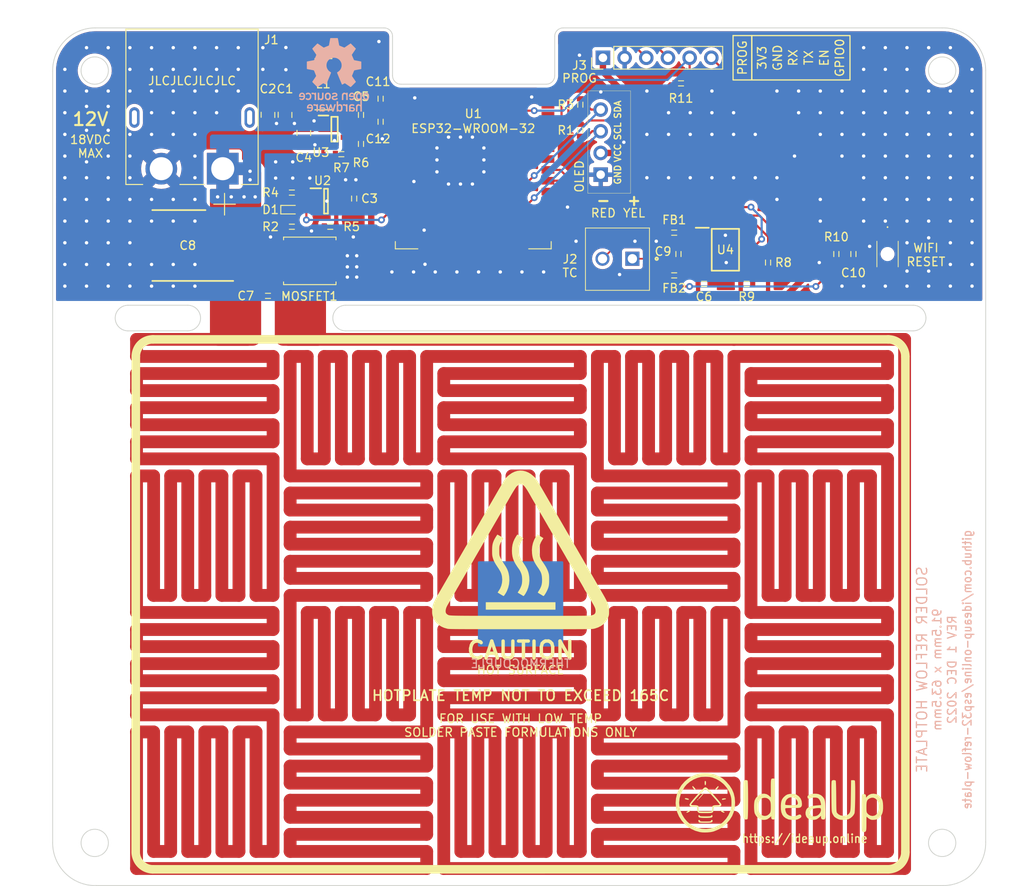
<source format=kicad_pcb>
(kicad_pcb (version 20211014) (generator pcbnew)
  (layers (0 "F.Cu" signal) (31 "B.Cu" signal) (34 "B.Paste" user) (35 "F.Paste" user) (36 "B.SilkS" user "B.Silkscreen") (37 "F.SilkS" user "F.Silkscreen") (38 "B.Mask" user) (39 "F.Mask" user) (44 "Edge.Cuts" user))
  (net 0 "")
  (net 1 "GND")
  (net 2 "GPIO27")
  (net 3 "HEATER")
  (net 4 "Net-(C9-Pad1)")
  (net 5 "Net-(D1-Pad1)")
  (net 6 "Net-(C9-Pad2)")
  (net 7 "+3V3")
  (net 8 "ESP_EN")
  (net 13 "GPIO32")
  (net 14 "GPIO33")
  (net 15 "GPIO25")
  (net 28 "GPIO0")
  (net 29 "GPIO4")
  (net 33 "GPIO18")
  (net 34 "GPIO19")
  (net 37 "ESP_RX")
  (net 38 "ESP_TX")
  (net 42 "Net-(C5-Pad2)")
  (net 43 "Net-(C5-Pad1)")
  (net 44 "Net-(R6-Pad2)")
  (net 46 "TC-")
  (net 47 "TC+")
  (net 49 "Net-(MOSFET1-Pad4)")
  (net 50 "Net-(R5-Pad2)")
  (footprint "footprint:IdeaUpLogoText7mm" (layer "F.Cu") (at 116.3 123.3)
    (fp_text reference "G***" hide)
    (fp_text value "LOGO" hide)
  )
  (footprint "mouser_ecad:B3U1000PMB" (layer "F.Cu") (at 129 59 90)
    (fp_text reference "S1")
    (fp_text value "B3U-1000PM-B" hide)
  )
  (footprint "digikey-footprints:0603" (layer "F.Cu") (at 67.3 46.1 90)
    (fp_text reference "R6")
    (fp_text value "31.6k")
  )
  (footprint "UltraLibrarian:ESP32-WROOM-32E-N8" (layer "F.Cu") (at 80.457006 45.510178)
    (fp_text reference "U1")
    (fp_text value "ESP32-WROOM-32E-N8")
  )
  (footprint "digikey-footprints:0603" (layer "F.Cu") (at 69.6 43.5 90)
    (fp_text reference "C12")
    (fp_text value "1u")
  )
  (footprint "mouser_ecad:SOT95P280X110-5N" (layer "F.Cu") (at 63.2 52.8)
    (fp_text reference "U2")
    (fp_text value "DGD0215WT-7" hide)
  )
  (footprint "digikey-footprints:0603" (layer "F.Cu") (at 107.5 62.5 180)
    (fp_text reference "C6")
    (fp_text value "0.1u")
  )
  (footprint "digikey-footprints:0805" (layer "F.Cu") (at 58.4 42.7 -90)
    (fp_text reference "C1")
    (fp_text value "22u")
  )
  (footprint "mouser_ecad:CAPAE830X870N" (layer "F.Cu") (at 47 58 180)
    (fp_text reference "C8")
    (fp_text value "875115452003" hide)
  )
  (footprint "digikey-footprints:0603" (layer "F.Cu") (at 69.6 40.8 90)
    (fp_text reference "C11")
    (fp_text value "10u")
  )
  (footprint "SSD1306:SSD1306-0.91-OLED-4pin-128x32" (layer "F.Cu") (at 131.885 51.885 180)
    (fp_text reference "BOARD3")
    (fp_text value "SSD1306")
  )
  (footprint "NR6028T4R7M:IND_NR6028T4R7M" (layer "F.Cu") (at 62.9 39.1)
    (fp_text reference "L1")
    (fp_text value "4.7u")
  )
  (footprint "digikey-footprints:0805" (layer "F.Cu") (at 60.6 44.8 90)
    (fp_text reference "C4")
    (fp_text value "10u")
  )
  (footprint "digikey-footprints:0603" (layer "F.Cu") (at 104.8 39)
    (fp_text reference "R11")
    (fp_text value "10K")
  )
  (footprint "digikey-footprints:0603" (layer "F.Cu") (at 59.2 51.8 180)
    (fp_text reference "R4")
    (fp_text value "10K")
  )
  (footprint "digikey-footprints:0603" (layer "F.Cu") (at 112.5 62.5)
    (fp_text reference "R9")
    (fp_text value "10k")
  )
  (footprint "digikey-footprints:0603" (layer "F.Cu") (at 93 41.5 90)
    (fp_text reference "R3")
    (fp_text value "10K")
  )
  (footprint "digikey-footprints:0603" (layer "F.Cu") (at 104.5 59 -90)
    (fp_text reference "C9")
    (fp_text value "0.01u")
  )
  (footprint "digikey-footprints:0603" (layer "F.Cu") (at 123 59 -90)
    (fp_text reference "R10")
    (fp_text value "10K")
  )
  (footprint "digikey-footprints:0603" (layer "F.Cu") (at 125 59 90)
    (fp_text reference "C10")
    (fp_text value "0.1u")
  )
  (footprint "mouser_ecad:SOT95P280X100-6N" (layer "F.Cu") (at 64.2 44.37)
    (fp_text reference "U3")
    (fp_text value "AP62201WU-7" hide)
  )
  (footprint "digikey-footprints:0603" (layer "F.Cu") (at 115 60 90)
    (fp_text reference "R8")
    (fp_text value "10k")
  )
  (footprint "digikey-footprints:0603" (layer "F.Cu") (at 63.7 55.8)
    (fp_text reference "R5")
    (fp_text value "10")
  )
  (footprint "UltraLibrarian:SIRA24DP-T1-GE3" (layer "F.Cu") (at 61.3 59.8 180)
    (fp_text reference "MOSFET1")
    (fp_text value "SIRA24DP-T1-GE3")
  )
  (footprint "digikey-footprints:0603" (layer "F.Cu") (at 67.3 42.7 -90)
    (fp_text reference "C5")
    (fp_text value "0.1u")
  )
  (footprint "digikey-footprints:LED_0603" (layer "F.Cu") (at 59.2 53.8)
    (fp_text reference "D1")
    (fp_text value "LED")
  )
  (footprint "digikey-footprints:0603" (layer "F.Cu") (at 65 47.3 180)
    (fp_text reference "R7")
    (fp_text value "10k")
  )
  (footprint "digikey-footprints:0603" (layer "F.Cu") (at 66.5 52.5 -90)
    (fp_text reference "C3")
    (fp_text value "10uF")
  )
  (footprint "mouser_ecad:SOIC127P600X175-8N" (layer "F.Cu") (at 110 58.5)
    (fp_text reference "U4")
    (fp_text value "MAX31855KASA+T" hide)
  )
  (footprint "digikey-footprints:0603" (layer "F.Cu") (at 56.4 63.9)
    (fp_text reference "C7")
    (fp_text value "1nF")
  )
  (footprint "digikey-footprints:0805" (layer "F.Cu") (at 56.4 42.7 -90)
    (fp_text reference "C2")
    (fp_text value "22u")
  )
  (footprint "mouser_ecad:1985807" (layer "F.Cu") (at 99.1 59.55 180)
    (fp_text reference "J2")
    (fp_text value "1985807" hide)
  )
  (footprint "digikey-footprints:0603" (layer "F.Cu") (at 104 61.5)
    (fp_text reference "FB2")
    (fp_text value "Fe")
  )
  (footprint "Connector_PinHeader:PinHeader_1x06_P2.54mm_Vertical" (layer "F.Cu") (at 95.65 36 90)
    (fp_text reference "J3")
    (fp_text value "Conn_01x06_Male")
  )
  (footprint "digikey-footprints:0603" (layer "F.Cu") (at 59.2 55.8)
    (fp_text reference "R2")
    (fp_text value "220")
  )
  (footprint "XT60PW-M:AMASS_XT60PW-M" (layer "F.Cu") (at 47.5 43)
    (fp_text reference "J1")
    (fp_text value "XT60PW-M")
  )
  (footprint "digikey-footprints:0603" (layer "F.Cu") (at 104 56.5)
    (fp_text reference "FB1")
    (fp_text value "Fe")
  )
  (footprint "footprint:hotstuff20mm" (layer "F.Cu") (at 86.021867 93.743039)
    (fp_text reference "G***" hide)
    (fp_text value "LOGO" hide)
  )
  (footprint "digikey-footprints:0603" (layer "F.Cu") (at 93 44.5 -90)
    (fp_text reference "R1")
    (fp_text value "10K")
  )
  (footprint "footprint:OSH9mm" (layer "B.Cu") (at 64.1 38 180)
    (fp_text reference "G***" hide)
    (fp_text value "LOGO" hide)
  )
  (gr_rect (start 113.1 33.4) (end 110.9 38.6) (layer "F.SilkS") (width 0.15) (fill none))
  (gr_arc (start 129.085786 69) (mid 130.5 69.585786) (end 131.085786 71) (layer "F.SilkS") (width 1))
  (gr_rect (start 113.1 33.4) (end 124.6 38.6) (layer "F.SilkS") (width 0.15) (fill none))
  (gr_line (start 42.904364 131.095636) (end 129.089565 131.089565) (layer "F.SilkS") (width 1))
  (gr_line locked (start 131.089565 129.089565) (end 131.085786 71) (layer "F.SilkS") (width 1))
  (gr_line (start 40.917796 71) (end 40.904364 129.095636) (layer "F.SilkS") (width 1))
  (gr_arc (start 42.904364 131.095636) (mid 41.5 130.5) (end 40.904364 129.095636) (layer "F.SilkS") (width 1))
  (gr_arc (start 131.089565 129.089565) (mid 130.5 130.5) (end 129.089565 131.089565) (layer "F.SilkS") (width 1))
  (gr_arc (start 40.917796 71) (mid 41.5 69.582204) (end 42.917796 69) (layer "F.SilkS") (width 1))
  (gr_line locked (start 129.085786 69) (end 42.917796 69) (layer "F.SilkS") (width 1))
  (gr_arc (start 135.399001 32.500001) (mid 138.999707 33.928579) (end 140.5 37.5) (layer "Edge.Cuts") (width 0.1))
  (gr_arc (start 132 65) (mid 133.5 66.5) (end 132 68) (layer "Edge.Cuts") (width 0.1))
  (gr_arc (start 70 32.5) (mid 70.707107 32.792893) (end 71 33.5) (layer "Edge.Cuts") (width 0.1))
  (gr_line (start 36.271421 133.000705) (end 135.5 133.000999) (layer "Edge.Cuts") (width 0.1))
  (gr_arc (start 31.171422 37.600706) (mid 32.6 34) (end 36.171421 32.499707) (layer "Edge.Cuts") (width 0.1))
  (gr_line (start 65.5 68) (end 132 68) (layer "Edge.Cuts") (width 0.1))
  (gr_line (start 40 68) (end 47 68) (layer "Edge.Cuts") (width 0.1))
  (gr_arc (start 40 68) (mid 38.5 66.5) (end 40 65) (layer "Edge.Cuts") (width 0.1))
  (gr_arc (start 90 33.5) (mid 90.292893 32.792893) (end 91 32.5) (layer "Edge.Cuts") (width 0.1))
  (gr_circle locked (center 36.1 37.5) (end 37.7 37.5) (layer "Edge.Cuts") (width 0.1) (fill none))
  (gr_line (start 90 38.1) (end 90 33.5) (layer "Edge.Cuts") (width 0.1))
  (gr_line (start 65.5 65) (end 132 65) (layer "Edge.Cuts") (width 0.1))
  (gr_arc (start 140.499999 127.9) (mid 139.071421 131.500706) (end 135.5 133.000999) (layer "Edge.Cuts") (width 0.1))
  (gr_line (start 40 65) (end 47 65) (layer "Edge.Cuts") (width 0.1))
  (gr_arc (start 65.5 68) (mid 64 66.5) (end 65.5 65) (layer "Edge.Cuts") (width 0.1))
  (gr_circle (center 135.4 128) (end 137 128) (layer "Edge.Cuts") (width 0.1) (fill none))
  (gr_line (start 31.171422 37.600706) (end 31.170422 128.000706) (layer "Edge.Cuts") (width 0.1))
  (gr_circle (center 135.399001 37.5) (end 136.999001 37.5) (layer "Edge.Cuts") (width 0.1) (fill none))
  (gr_line (start 36.171421 32.499707) (end 70 32.5) (layer "Edge.Cuts") (width 0.1))
  (gr_circle (center 36.1 128.000706) (end 37.7 128.000706) (layer "Edge.Cuts") (width 0.1) (fill none))
  (gr_line (start 140.5 37.5) (end 140.499999 127.9) (layer "Edge.Cuts") (width 0.1))
  (gr_arc (start 72 39.1) (mid 71.292893 38.807107) (end 71 38.1) (layer "Edge.Cuts") (width 0.1))
  (gr_arc (start 36.271421 133.000705) (mid 32.670715 131.572127) (end 31.170422 128.000706) (layer "Edge.Cuts") (width 0.1))
  (gr_line (start 72 39.1) (end 89 39.1) (layer "Edge.Cuts") (width 0.1))
  (gr_line (start 71 33.5) (end 71 38.1) (layer "Edge.Cuts") (width 0.1))
  (gr_line (start 91 32.5) (end 135.399001 32.500001) (layer "Edge.Cuts") (width 0.1))
  (gr_arc (start 47 65) (mid 48.5 66.5) (end 47 68) (layer "Edge.Cuts") (width 0.1))
  (gr_arc (start 90 38.1) (mid 89.707107 38.807107) (end 89 39.1) (layer "Edge.Cuts") (width 0.1))
  (gr_text "github.com/ideaup-online/esp32-reflow-plate" (at 138.326 107.699999 90) (layer "B.SilkS") (effects (font (size 1 0.9)) (justify mirror)))
  (gr_text "THERMOCOUPLE" (at 86 107) (layer "B.SilkS") (effects (font (size 1 1)) (justify mirror)))
  (gr_text "SOLDER REFLOW HOTPLATE" (at 133.037 107.7 90) (layer "B.SilkS") (effects (font (size 1.2 1.2)) (justify mirror)))
  (gr_text "REV 1 DEC 2022" (at 136.563 107.699999 90) (layer "B.SilkS") (effects (font (size 1 1)) (justify mirror)))
  (gr_text "91.5mm x 63.5mm" (at 134.8 107.7 90) (layer "B.SilkS") (effects (font (size 1 1)) (justify mirror)))
  (gr_text "RX" (at 117.94 36.000001 90) (layer "F.SilkS") (effects (font (size 1 1))))
  (gr_text "+" (at 99.3 52.7) (layer "F.SilkS") (effects (font (size 1.25 1.25) (thickness 0.254))))
  (gr_text "12V" (at 35.6 43.2) (layer "F.SilkS") (effects (font (size 1.5 1.5) (thickness 0.254))))
  (gr_text "RED" (at 95.7 54.2) (layer "F.SilkS") (effects (font (size 1 1))))
  (gr_text "JLCJLCJLCJLC" (at 47.5 38.7) (layer "F.SilkS") (effects (font (size 1 1))))
  (gr_text "FOR USE WITH LOW TEMP\nSOLDER PASTE FORMULATIONS ONLY" (at 86.001791 114.243039) (layer "F.SilkS") (effects (font (size 1 1))))
  (gr_text "HOTPLATE TEMP NOT TO EXCEED 165C" (at 86.001791 110.743039) (layer "F.SilkS") (effects (font (size 1.2 1.2) (thickness 0.2))))
  (gr_text "GPIO0" (at 123.4 36 90) (layer "F.SilkS") (effects (font (size 1 1))))
  (gr_text "PROG" (at 112 36.000001 90) (layer "F.SilkS") (effects (font (size 1 1))))
  (gr_text "YEL" (at 99.3 54.2) (layer "F.SilkS") (effects (font (size 1 1))))
  (gr_text "TC" (at 91.8 61.2) (layer "F.SilkS") (effects (font (size 1 1))))
  (gr_text "GND" (at 116.12 36.000001 90) (layer "F.SilkS") (effects (font (size 1 1))))
  (gr_text "EN" (at 121.58 36.000001 90) (layer "F.SilkS") (effects (font (size 1 1))))
  (gr_text "3V3" (at 114.3 36.000001 90) (layer "F.SilkS") (effects (font (size 1 1))))
  (gr_text "18VDC\nMAX" (at 35.6 46.4) (layer "F.SilkS") (effects (font (size 1 1))))
  (gr_text "-" (at 95.7 52.7) (layer "F.SilkS") (effects (font (size 1.25 1.25) (thickness 0.254))))
  (gr_text "PROG" (at 92.9 38.4) (layer "F.SilkS") (effects (font (size 1 1))))
  (gr_text "CAUTION" (at 86.001791 105.443039) (layer "F.SilkS") (effects (font (size 2 2) (thickness 0.4))))
  (gr_text "HOT SURFACE" (at 86.001791 107.743039) (layer "F.SilkS") (effects (font (size 1 1))))
  (gr_text "OLED" (at 92.9 49.9 90) (layer "F.SilkS") (effects (font (size 1 1))))
  (gr_text "ESP32-WROOM-32" (at 80.46 44.3) (layer "F.SilkS") (effects (font (size 1 1))))
  (gr_text "https://ideaup.online" (at 119.3 127.5) (layer "F.SilkS") (effects (font (size 1 0.9))))
  (gr_text "WIFI\nRESET" (at 133.5 59.1) (layer "F.SilkS") (effects (font (size 1 1))))
  (gr_text "TX" (at 119.76 36 90) (layer "F.SilkS") (effects (font (size 1 1))))
  (segment (start 70.5 40.1) (end 69.6 40.1) (width 0.75) (layer "F.Cu") (net 1))
  (segment (start 70.650178 40.250178) (end 70.5 40.1) (width 0.75) (layer "F.Cu") (net 1))
  (segment (start 71.707006 40.250178) (end 70.650178 40.250178) (width 0.75) (layer "F.Cu") (net 1))
  (via (at 65.5 50.3) (size 0.8) (drill 0.4) (layers "F.Cu" "B.Cu") (net 1))
  (via (at 37.68 39.9) (size 0.8) (drill 0.4) (layers "F.Cu" "B.Cu") (net 1))
  (via (at 42.76 34.82) (size 0.8) (drill 0.4) (layers "F.Cu" "B.Cu") (net 1))
  (via (at 45.3 52.6) (size 0.8) (drill 0.4) (layers "F.Cu" "B.Cu") (net 1))
  (via (at 73.5 50.5) (size 0.8) (drill 0.4) (layers "F.Cu" "B.Cu") (net 1))
  (via (at 66.8 60.5) (size 0.8) (drill 0.4) (layers "F.Cu" "B.Cu") (net 1))
  (via (at 59.3 50.1) (size 0.8) (drill 0.4) (layers "F.Cu" "B.Cu") (net 1))
  (via (at 74.8 60.2) (size 0.8) (drill 0.4) (layers "F.Cu" "B.Cu") (net 1))
  (via (at 40.22 37.36) (size 0.8) (drill 0.4) (layers "F.Cu" "B.Cu") (net 1))
  (via (at 57.4 43.7) (size 0.8) (drill 0.4) (layers "F.Cu" "B.Cu") (net 1))
  (via (at 40.22 50.06) (size 0.8) (drill 0.4) (layers "F.Cu" "B.Cu") (net 1))
  (via (at 37.68 41.7) (size 0.8) (drill 0.4) (layers "F.Cu" "B.Cu") (net 1))
  (via (at 37.68 55.14) (size 0.8) (drill 0.4) (layers "F.Cu" "B.Cu") (net 1))
  (via (at 45.3 42.44) (size 0.8) (drill 0.4) (layers "F.Cu" "B.Cu") (net 1))
  (via (at 50.38 39.9) (size 0.8) (drill 0.4) (layers "F.Cu" "B.Cu") (net 1))
  (via (at 110.96 50.06) (size 0.8) (drill 0.4) (layers "F.Cu" "B.Cu") (net 1))
  (via (at 108.42 42.44) (size 0.8) (drill 0.4) (layers "F.Cu" "B.Cu") (net 1))
  (via (at 45.3 44.98) (size 0.8) (drill 0.4) (layers "F.Cu" "B.Cu") (net 1))
  (via (at 133.82 42.44) (size 0.8) (drill 0.4) (layers "F.Cu" "B.Cu") (net 1))
  (via (at 138.9 39.9) (size 0.8) (drill 0.4) (layers "F.Cu" "B.Cu") (net 1))
  (via (at 32.6 39.9) (size 0.8) (drill 0.4) (layers "F.Cu" "B.Cu") (net 1))
  (via (at 42.76 60.22) (size 0.8) (drill 0.4) (layers "F.Cu" "B.Cu") (net 1))
  (via (at 58.5 37.4) (size 0.8) (drill 0.4) (layers "F.Cu" "B.Cu") (net 1))
  (via (at 66.7 50.3) (size 0.8) (drill 0.4) (layers "F.Cu" "B.Cu") (net 1))
  (via (at 136.36 55.14) (size 0.8) (drill 0.4) (layers "F.Cu" "B.Cu") (net 1))
  (via (at 110.96 44.98) (size 0.8) (drill 0.4) (layers "F.Cu" "B.Cu") (net 1))
  (via (at 131.28 57.68) (size 0.8) (drill 0.4) (layers "F.Cu" "B.Cu") (net 1))
  (via (at 101.9 57.5) (size 0.8) (drill 0.4) (layers "F.Cu" "B.Cu") (net 1))
  (via (at 133.82 52.6) (size 0.8) (drill 0.4) (layers "F.Cu" "B.Cu") (net 1))
  (via (at 128.74 55.14) (size 0.8) (drill 0.4) (layers "F.Cu" "B.Cu") (net 1))
  (via (at 128.74 52.6) (size 0.8) (drill 0.4) (layers "F.Cu" "B.Cu") (net 1))
  (via (at 138.9 55.14) (size 0.8) (drill 0.4) (layers "F.Cu" "B.Cu") (net 1))
  (via (at 138.9 52.6) (size 0.8) (drill 0.4) (layers "F.Cu" "B.Cu") (net 1))
  (via (at 42.76 42.44) (size 0.8) (drill 0.4) (layers "F.Cu" "B.Cu") (net 1))
  (via (at 32.6 44.98) (size 0.8) (drill 0.4) (layers "F.Cu" "B.Cu") (net 1))
  (via (at 32.6 50.06) (size 0.8) (drill 0.4) (layers "F.Cu" "B.Cu") (net 1))
  (via (at 126.2 52.6) (size 0.8) (drill 0.4) (layers "F.Cu" "B.Cu") (net 1))
  (via (at 32.6 52.6) (size 0.8) (drill 0.4) (layers "F.Cu" "B.Cu") (net 1))
  (via (at 40.22 62.76) (size 0.8) (drill 0.4) (layers "F.Cu" "B.Cu") (net 1))
  (via (at 35.14 48.2) (size 0.8) (drill 0.4) (layers "F.Cu" "B.Cu") (net 1))
  (via (at 47.84 52.6) (size 0.8) (drill 0.4) (layers "F.Cu" "B.Cu") (net 1))
  (via (at 131.28 62.76) (size 0.8) (drill 0.4) (layers "F.Cu" "B.Cu") (net 1))
  (via (at 66.8 59.2) (size 0.8) (drill 0.4) (layers "F.Cu" "B.Cu") (net 1))
  (via (at 133.82 55.14) (size 0.8) (drill 0.4) (layers "F.Cu" "B.Cu") (net 1))
  (via (at 76.2 46.570178) (size 0.8) (drill 0.4) (layers "F.Cu" "B.Cu") (net 1))
  (via (at 131.28 44.98) (size 0.8) (drill 0.4) (layers "F.Cu" "B.Cu") (net 1))
  (via (at 76.2 47.970178) (size 0.8) (drill 0.4) (layers "F.Cu" "B.Cu") (net 1))
  (via (at 35.14 60.22) (size 0.8) (drill 0.4) (layers "F.Cu" "B.Cu") (net 1))
  (via (at 47.84 34.82) (size 0.8) (drill 0.4) (layers "F.Cu" "B.Cu") (net 1))
  (via (at 45.3 34.82) (size 0.8) (drill 0.4) (layers "F.Cu" "B.Cu") (net 1))
  (via (at 76 61.1) (size 0.8) (drill 0.4) (layers "F.Cu" "B.Cu") (net 1))
  (via (at 32.6 37.36) (size 0.8) (drill 0.4) (layers "F.Cu" "B.Cu") (net 1))
  (via (at 131.28 39.9) (size 0.8) (drill 0.4) (layers "F.Cu" "B.Cu") (net 1))
  (via (at 80.357006 45.3) (size 0.8) (drill 0.4) (layers "F.Cu" "B.Cu") (net 1))
  (via (at 61.8 43.4) (size 0.8) (drill 0.4) (layers "F.Cu" "B.Cu") (net 1))
  (via (at 45.3 62.76) (size 0.8) (drill 0.4) (layers "F.Cu" "B.Cu") (net 1))
  (via (at 73.46 61.1) (size 0.8) (drill 0.4) (layers "F.Cu" "B.Cu") (net 1))
  (via (at 40.22 34.82) (size 0.8) (drill 0.4) (layers "F.Cu" "B.Cu") (net 1))
  (via (at 136.36 47.52) (size 0.8) (drill 0.4) (layers "F.Cu" "B.Cu") (net 1))
  (via (at 100.8 39.9) (size 0.8) (drill 0.4) (layers "F.Cu" "B.Cu") (net 1))
  (via (at 40.22 57.68) (size 0.8) (drill 0.4) (layers "F.Cu" "B.Cu") (net 1))
  (via (at 105.88 44.98) (size 0.8) (drill 0.4) (layers "F.Cu" "B.Cu") (net 1))
  (via (at 70.92 61.1) (size 0.8) (drill 0.4) (layers "F.Cu" "B.Cu") (net 1))
  (via (at 138.9 44.98) (size 0.8) (drill 0.4) (layers "F.Cu" "B.Cu") (net 1))
  (via (at 121.12 44.98) (size 0.8) (drill 0.4) (layers "F.Cu" "B.Cu") (net 1))
  (via (at 81.7 47.970178) (size 0.8) (drill 0.4) (layers "F.Cu" "B.Cu") (net 1))
  (via (at 55.8 34.82) (size 0.8) (drill 0.4) (layers "F.Cu" "B.Cu") (net 1))
  (via (at 133.82 34.82) (size 0.8) (drill 0.4) (layers "F.Cu" "B.Cu") (net 1))
  (via (at 45.3 55.14) (size 0.8) (drill 0.4) (layers "F.Cu" "B.Cu") (net 1))
  (via (at 65.7 61.7) (size 0.8) (drill 0.4) (layers "F.Cu" "B.Cu") (net 1))
  (via (at 123.66 39.9) (size 0.8) (drill 0.4) (layers "F.Cu" "B.Cu") (net 1))
  (via (at 131.28 52.6) (size 0.8) (drill 0.4) (layers "F.Cu" "B.Cu") (net 1))
  (via (at 92.5 57.5) (size 0.8) (drill 0.4) (layers "F.Cu" "B.Cu") (net 1))
  (via (at 77.557006 50.8) (size 0.8) (drill 0.4) (layers "F.Cu" "B.Cu") (net 1))
  (via (at 32.6 55.14) (size 0.8) (drill 0.4) (layers "F.Cu" "B.Cu") (net 1))
  (via (at 47.84 50.06) (size 0.8) (drill 0.4) (layers "F.Cu" "B.Cu") (net 1))
  (via (at 78.54 61.1) (size 0.8) (drill 0.4) (layers "F.Cu" "B.Cu") (net 1))
  (via (at 113.5 50.06) (size 0.8) (drill 0.4) (layers "F.Cu" "B.Cu") (net 1))
  (via (at 56.7 57) (size 0.8) (drill 0.4) (layers "F.Cu" "B.Cu") (net 1))
  (via (at 57.3 50.1) (size 0.8) (drill 0.4) (layers "F.Cu" "B.Cu") (net 1))
  (via (at 110.1 60) (size 0.8) (drill 0.4) (layers "F.Cu" "B.Cu") (net 1))
  (via (at 103.34 50.06) (size 0.8) (drill 0.4) (layers "F.Cu" "B.Cu") (net 1))
  (via (at 37.68 34.82) (size 0.8) (drill 0.4) (layers "F.Cu" "B.Cu") (net 1))
  (via (at 136.36 57.68) (size 0.8) (drill 0.4) (layers "F.Cu" "B.Cu") (net 1))
  (via (at 40.22 47.52) (size 0.8) (drill 0.4) (layers "F.Cu" "B.Cu") (net 1))
  (via (at 40.22 55.14) (size 0.8) (drill 0.4) (layers "F.Cu" "B.Cu") (net 1))
  (via (at 133.82 50.06) (size 0.8) (drill 0.4) (layers "F.Cu" "B.Cu") (net 1))
  (via (at 138.9 42.44) (size 0.8) (drill 0.4) (layers "F.Cu" "B.Cu") (net 1))
  (via (at 98.1 45.9) (size 0.8) (drill 0.4) (layers "F.Cu" "B.Cu") (net 1))
  (via (at 113.5 44.98) (size 0.8) (drill 0.4) (layers "F.Cu" "B.Cu") (net 1))
  (via (at 42.76 62.76) (size 0.8) (drill 0.4) (layers "F.Cu" "B.Cu") (net 1))
  (via (at 37.68 62.76) (size 0.8) (drill 0.4) (layers "F.Cu" "B.Cu") (net 1))
  (via (at 131.28 47.52) (size 0.8) (drill 0.4) (layers "F.Cu" "B.Cu") (net 1))
  (via (at 78.957006 45.3) (size 0.8) (drill 0.4) (layers "F.Cu" "B.Cu") (net 1))
  (via (at 126.2 50.06) (size 0.8) (drill 0.4) (layers "F.Cu" "B.Cu") (net 1))
  (via (at 47.84 62.76) (size 0.8) (drill 0.4) (layers "F.Cu" "B.Cu") (net 1))
  (via (at 126.2 62.76) (size 0.8) (drill 0.4) (layers "F.Cu" "B.Cu") (net 1))
  (via (at 52.92 39.9) (size 0.8) (drill 0.4) (layers "F.Cu" "B.Cu") (net 1))
  (via (at 100.8 50.06) (size 0.8) (drill 0.4) (layers "F.Cu" "B.Cu") (net 1))
  (via (at 126.2 47.52) (size 0.8) (drill 0.4) (layers "F.Cu" "B.Cu") (net 1))
  (via (at 128.74 50.06) (size 0.8) (drill 0.4) (layers "F.Cu" "B.Cu") (net 1))
  (via (at 66.4 57) (size 0.8) (drill 0.4) (layers "F.Cu" "B.Cu") (net 1))
  (via (at 66.8 61.7) (size 0.8) (drill 0.4) (layers "F.Cu" "B.Cu") (net 1))
  (via (at 45.3 60.22) (size 0.8) (drill 0.4) (layers "F.Cu" "B.Cu") (net 1))
  (via (at 105.88 50.06) (size 0.8) (drill 0.4) (layers "F.Cu" "B.Cu") (net 1))
  (via (at 128.74 37.36) (size 0.8) (drill 0.4) (layers "F.Cu" "B.Cu") (net 1))
  (via (at 35.14 62.76) (size 0.8) (drill 0.4) (layers "F.Cu" "B.Cu") (net 1))
  (via (at 35.14 41.7) (size 0.8) (drill 0.4) (layers "F.Cu" "B.Cu") (net 1))
  (via (at 91.5 53.5) (size 0.8) (drill 0.4) (layers "F.Cu" "B.Cu") (net 1))
  (via (at 45.3 37.36) (size 0.8) (drill 0.4) (layers "F.Cu" "B.Cu") (net 1))
  (via (at 136.36 42.44) (size 0.8) (drill 0.4) (layers "F.Cu" "B.Cu") (net 1))
  (via (at 50.38 34.82) (size 0.8) (drill 0.4) (layers "F.Cu" "B.Cu") (net 1))
  (via (at 69.8 45.5) (size 0.8) (drill 0.4) (layers "F.Cu" "B.Cu") (net 1))
  (via (at 61.3 50.1) (size 0.8) (drill 0.4) (layers "F.Cu" "B.Cu") (net 1))
  (via (at 87.3 40.6) (size 0.8) (drill 0.4) (layers "F.Cu" "B.Cu") (net 1))
  (via (at 47.84 42.44) (size 0.8) (drill 0.4) (layers "F.Cu" "B.Cu") (net 1))
  (via (at 86.16 61.1) (size 0.8) (drill 0.4) (layers "F.Cu" "B.Cu") (net 1))
  (via (at 47.84 55.14) (size 0.8) (drill 0.4) (layers "F.Cu" "B.Cu") (net 1))
  (via (at 133.82 62.76) (size 0.8) (drill 0.4) (layers "F.Cu" "B.Cu") (net 1))
  (via (at 116.04 52.6) (size 0.8) (drill 0.4) (layers "F.Cu" "B.Cu") (net 1))
  (via (at 131.28 50.06) (size 0.8) (drill 0.4) (layers "F.Cu" "B.Cu") (net 1))
  (via (at 116.04 50.06) (size 0.8) (drill 0.4) (layers "F.Cu" "B.Cu") (net 1))
  (via (at 108.42 44.98) (size 0.8) (drill 0.4) (layers "F.Cu" "B.Cu") (net 1))
  (via (at 42.76 55.14) (size 0.8) (drill 0.4) (layers "F.Cu" "B.Cu") (net 1))
  (via (at 99.4 57.5) (size 0.8) (drill 0.4) (layers "F.Cu" "B.Cu") (net 1))
  (via (at 138.9 60.22) (size 0.8) (drill 0.4) (layers "F.Cu" "B.Cu") (net 1))
  (via locked (at 138.9 37.36) (size 0.8) (drill 0.4) (layers "F.Cu" "B.Cu") (net 1))
  (via (at 126.2 37.36) (size 0.8) (drill 0.4) (layers "F.Cu" "B.Cu") (net 1))
  (via (at 50.38 37.36) (size 0.8) (drill 0.4) (layers "F.Cu" "B.Cu") (net 1))
  (via (at 37.68 57.68) (size 0.8) (drill 0.4) (layers "F.Cu" "B.Cu") (net 1))
  (via (at 74.7 56.2) (size 0.8) (drill 0.4) (layers "F.Cu" "B.Cu") (net 1))
  (via (at 121.12 42.44) (size 0.8) (drill 0.4) (layers "F.Cu" "B.Cu") (net 1))
  (via (at 40.22 39.9) (size 0.8) (drill 0.4) (layers "F.Cu" "B.Cu") (net 1))
  (via (at 42.76 39.9) (size 0.8) (drill 0.4) (layers "F.Cu" "B.Cu") (net 1))
  (via (at 136.36 44.98) (size 0.8) (drill 0.4) (layers "F.Cu" "B.Cu") (net 1))
  (via (at 136.36 39.9) (size 0.8) (drill 0.4) (layers "F.Cu" "B.Cu") (net 1))
  (via (at 32.6 60.22) (size 0.8) (drill 0.4) (layers "F.Cu" "B.Cu") (net 1))
  (via (at 32.6 57.68) (size 0.8) (drill 0.4) (layers "F.Cu" "B.Cu") (net 1))
  (via (at 59.3 48.2) (size 0.8) (drill 0.4) (layers "F.Cu" "B.Cu") (net 1))
  (via locked (at 136.36 34.82) (size 0.8) (drill 0.4) (layers "F.Cu" "B.Cu") (net 1))
  (via (at 45.3 39.9) (size 0.8) (drill 0.4) (layers "F.Cu" "B.Cu") (net 1))
  (via (at 35.14 52.6) (size 0.8) (drill 0.4) (layers "F.Cu" "B.Cu") (net 1))
  (via (at 80.357006 50.8) (size 0.8) (drill 0.4) (layers "F.Cu" "B.Cu") (net 1))
  (via (at 95.4 40) (size 0.8) (drill 0.4) (layers "F.Cu" "B.Cu") (net 1))
  (via (at 131.28 34.82) (size 0.8) (drill 0.4) (layers "F.Cu" "B.Cu") (net 1))
  (via (at 116.04 39.9) (size 0.8) (drill 0.4) (layers "F.Cu" "B.Cu") (net 1))
  (via (at 123.66 47.52) (size 0.8) (drill 0.4) (layers "F.Cu" "B.Cu") (net 1))
  (via (at 133.82 61) (size 0.8) (drill 0.4) (layers "F.Cu" "B.Cu") (net 1))
  (via (at 37.68 60.22) (size 0.8) (drill 0.4) (layers "F.Cu" "B.Cu") (net 1))
  (via (at 42.76 52.6) (size 0.8) (drill 0.4) (layers "F.Cu" "B.Cu") (net 1))
  (via (at 126.2 34.82) (size 0.8) (drill 0.4) (layers "F.Cu" "B.Cu") (net 1))
  (via (at 92.9 35.7) (size 0.8) (drill 0.4) (layers "F.Cu" "B.Cu") (net 1))
  (via (at 103.34 42.44) (size 0.8) (drill 0.4) (layers "F.Cu" "B.Cu") (net 1))
  (via (at 133.82 39.9) (size 0.8) (drill 0.4) (layers "F.Cu" "B.Cu") (net 1))
  (via (at 32.6 42.44) (size 0.8) (drill 0.4) (layers "F.Cu" "B.Cu") (net 1))
  (via (at 108.42 50.06) (size 0.8) (drill 0.4) (layers "F.Cu" "B.Cu") (net 1))
  (via (at 118.1 47.52) (size 0.8) (drill 0.4) (layers "F.Cu" "B.Cu") (net 1))
  (via (at 97.6 61.4) (size 0.8) (drill 0.4) (layers "F.Cu" "B.Cu") (net 1))
  (via (at 63.3 52.8) (size 0.8) (drill 0.4) (layers "F.Cu" "B.Cu") (net 1))
  (via (at 42.76 44.98) (size 0.8) (drill 0.4) (layers "F.Cu" "B.Cu") (net 1))
  (via (at 133.82 47.52) (size 0.8) (drill 0.4) (layers "F.Cu" "B.Cu") (net 1))
  (via (at 110 56.8) (size 0.8) (drill 0.4) (layers "F.Cu" "B.Cu") (net 1))
  (via (at 81.08 61.1) (size 0.8) (drill 0.4) (layers "F.Cu" "B.Cu") (net 1))
  (via (at 88.7 61.1) (size 0.8) (drill 0.4) (layers "F.Cu" "B.Cu") (net 1))
  (via (at 32.6 47.52) (size 0.8) (drill 0.4) (layers "F.Cu" "B.Cu") (net 1))
  (via (at 126.2 44.98) (size 0.8) (drill 0.4) (layers "F.Cu" "B.Cu") (net 1))
  (via (at 40.22 52.6) (size 0.8) (drill 0.4) (layers "F.Cu" "B.Cu") (net 1))
  (via (at 40.22 44.98) (size 0.8) (drill 0.4) (layers "F.Cu" "B.Cu") (net 1))
  (via (at 131.28 42.44) (size 0.8) (drill 0.4) (layers "F.Cu" "B.Cu") (net 1))
  (via (at 65.7 60.5) (size 0.8) (drill 0.4) (layers "F.Cu" "B.Cu") (net 1))
  (via (at 47.84 60.22) (size 0.8) (drill 0.4) (layers "F.Cu" "B.Cu") (net 1))
  (via (at 81.7 49.370178) (size 0.8) (drill 0.4) (layers "F.Cu" "B.Cu") (net 1))
  (via (at 35.14 39.9) (size 0.8) (drill 0.4) (layers "F.Cu" "B.Cu") (net 1))
  (via (at 65.7 59.2) (size 0.8) (drill 0.4) (layers "F.Cu" "B.Cu") (net 1))
  (via (at 121.12 52.6) (size 0.8) (drill 0.4) (layers "F.Cu" "B.Cu") (net 1))
  (via (at 121.12 55.14) (size 0.8) (drill 0.4) (layers "F.Cu" "B.Cu") (net 1))
  (via (at 118.58 39.9) (size 0.8) (drill 0.4) (layers "F.Cu" "B.Cu") (net 1))
  (via (at 37.68 47.52) (size 0.8) (drill 0.4) (layers "F.Cu" "B.Cu") (net 1))
  (via (at 100.8 44.98) (size 0.8) (drill 0.4) (layers "F.Cu" "B.Cu") (net 1))
  (via (at 110.96 42.44) (size 0.8) (drill 0.4) (layers "F.Cu" "B.Cu") (net 1))
  (via (at 50.38 42.44) (size 0.8) (drill 0.4) (layers "F.Cu" "B.Cu") (net 1))
  (via (at 37.68 44.5) (size 0.8) (drill 0.4) (layers "F.Cu" "B.Cu") (net 1))
  (via (at 136.36 62.76) (size 0.8) (drill 0.4) (layers "F.Cu" "B.Cu") (net 1))
  (via (at 123.66 44.98) (size 0.8) (drill 0.4) (layers "F.Cu" "B.Cu") (net 1))
  (via (at 126.2 42.44) (size 0.8) (drill 0.4) (layers "F.Cu" "B.Cu") (net 1))
  (via (at 52.92 37.36) (size 0.8) (drill 0.4) (layers "F.Cu" "B.Cu") (net 1))
  (via (at 52.92 34.82) (size 0.8) (drill 0.4) (layers "F.Cu" "B.Cu") (net 1))
  (via (at 59.5 43.7) (size 0.8) (drill 0.4) (layers "F.Cu" "B.Cu") (net 1))
  (via (at 40.22 60.22) (size 0.8) (drill 0.4) (layers "F.Cu" "B.Cu") (net 1))
  (via (at 37.68 50.06) (size 0.8) (drill 0.4) (layers "F.Cu" "B.Cu") (net 1))
  (via (at 77.557006 45.3) (size 0.8) (drill 0.4) (layers "F.Cu" "B.Cu") (net 1))
  (via (at 128.74 44.98) (size 0.8) (drill 0.4) (layers "F.Cu" "B.Cu") (net 1))
  (via (at 35.14 50.06) (size 0.8) (drill 0.4) (layers "F.Cu" "B.Cu") (net 1))
  (via (at 126.9 58.1) (size 0.8) (drill 0.4) (layers "F.Cu" "B.Cu") (net 1))
  (via (at 138.9 62.76) (size 0.8) (drill 0.4) (layers "F.Cu" "B.Cu") (net 1))
  (via (at 83.62 61.1) (size 0.8) (drill 0.4) (layers "F.Cu" "B.Cu") (net 1))
  (via (at 58.5 34.8) (size 0.8) (drill 0.4) (layers "F.Cu" "B.Cu") (net 1))
  (via (at 76.2 49.370178) (size 0.8) (drill 0.4) (layers "F.Cu" "B.Cu") (net 1))
  (via (at 32.6 62.76) (size 0.8) (drill 0.4) (layers "F.Cu" "B.Cu") (net 1))
  (via (at 37.68 52.6) (size 0.8) (drill 0.4) (layers "F.Cu" "B.Cu") (net 1))
  (via (at 128.74 34.82) (size 0.8) (drill 0.4) (layers "F.Cu" "B.Cu") (net 1))
  (via (at 47.84 39.9) (size 0.8) (drill 0.4) (layers "F.Cu" "B.Cu") (net 1))
  (via (at 57.3 48.2) (size 0.8) (drill 0.4) (layers "F.Cu" "B.Cu") (net 1))
  (via (at 128.74 39.9) (size 0.8) (drill 0.4) (layers "F.Cu" "B.Cu") (net 1))
  (via (at 69.4 34.1) (size 0.8) (drill 0.4) (layers "F.Cu" "B.Cu") (net 1))
  (via (at 35.14 44.5) (size 0.8) (drill 0.4) (layers "F.Cu" "B.Cu") (net 1))
  (via (at 126.2 55.14) (size 0.8) (drill 0.4) (layers "F.Cu" "B.Cu") (net 1))
  (via (at 108.42 39.9) (size 0.8) (drill 0.4) (layers "F.Cu" "B.Cu") (net 1))
  (via (at 81.7 46.570178) (size 0.8) (drill 0.4) (layers "F.Cu" "B.Cu") (net 1))
  (via (at 118.58 42.44) (size 0.8) (drill 0.4) (layers "F.Cu" "B.Cu") (net 1))
  (via (at 128.74 62.76) (size 0.8) (drill 0.4) (layers "F.Cu" "B.Cu") (net 1))
  (via (at 73.6 40.7) (size 0.8) (drill 0.4) (layers "F.Cu" "B.Cu") (net 1))
  (via (at 136.36 50.06) (size 0.8) (drill 0.4) (layers "F.Cu" "B.Cu") (net 1))
  (via (at 121 60) (size 0.8) (drill 0.4) (layers "F.Cu" "B.Cu") (net 1))
  (via (at 138.9 57.68) (size 0.8) (drill 0.4) (layers "F.Cu" "B.Cu") (net 1))
  (via (at 103.34 44.98) (size 0.8) (drill 0.4) (layers "F.Cu" "B.Cu") (net 1))
  (via (at 136.36 52.6) (size 0.8) (drill 0.4) (layers "F.Cu" "B.Cu") (net 1))
  (via (at 35.14 34.82) (size 0.8) (drill 0.4) (layers "F.Cu" "B.Cu") (net 1))
  (via (at 138.9 50.06) (size 0.8) (drill 0.4) (layers "F.Cu" "B.Cu") (net 1))
  (via (at 131.28 55.14) (size 0.8) (drill 0.4) (layers "F.Cu" "B.Cu") (net 1))
  (via (at 78.957006 50.8) (size 0.8) (drill 0.4) (layers "F.Cu" "B.Cu") (net 1))
  (via (at 55.8 37.36) (size 0.8) (drill 0.4) (layers "F.Cu" "B.Cu") (net 1))
  (via (at 128.74 42.44) (size 0.8) (drill 0.4) (layers "F.Cu" "B.Cu") (net 1))
  (via (at 123.66 62.76) (size 0.8) (drill 0.4) (layers "F.Cu" "B.Cu") (net 1))
  (via (at 42.76 37.36) (size 0.8) (drill 0.4) (layers "F.Cu" "B.Cu") (net 1))
  (via (at 35.14 57.68) (size 0.8) (drill 0.4) (layers "F.Cu" "B.Cu") (net 1))
  (via (at 47.84 47.52) (size 0.8) (drill 0.4) (layers "F.Cu" "B.Cu") (net 1))
  (via (at 35.14 55.14) (size 0.8) (drill 0.4) (layers "F.Cu" "B.Cu") (net 1))
  (via (at 131.28 61) (size 0.8) (drill 0.4) (layers "F.Cu" "B.Cu") (net 1))
  (via (at 123.66 42.44) (size 0.8) (drill 0.4) (layers "F.Cu" "B.Cu") (net 1))
  (via (at 61.5 56.3) (size 0.8) (drill 0.4) (layers "F.Cu" "B.Cu") (net 1))
  (via (at 133.82 44.98) (size 0.8) (drill 0.4) (layers "F.Cu" "B.Cu") (net 1))
  (via (at 47.84 37.36) (size 0.8) (drill 0.4) (layers "F.Cu" "B.Cu") (net 1))
  (via (at 136.36 60.22) (size 0.8) (drill 0.4) (layers "F.Cu" "B.Cu") (net 1))
  (via (at 138.9 47.52) (size 0.8) (drill 0.4) (layers "F.Cu" "B.Cu") (net 1))
  (via (at 121.12 39.9) (size 0.8) (drill 0.4) (layers "F.Cu" "B.Cu") (net 1))
  (via (at 105.88 42.44) (size 0.8) (drill 0.4) (layers "F.Cu" "B.Cu") (net 1))
  (via (at 133.82 57.1) (size 0.8) (drill 0.4) (layers "F.Cu" "B.Cu") (net 1))
  (via (at 47.84 44.98) (size 0.8) (drill 0.4) (layers "F.Cu" "B.Cu") (net 1))
  (via (at 126.2 39.9) (size 0.8) (drill 0.4) (layers "F.Cu" "B.Cu") (net 1))
  (via (at 131.28 37.36) (size 0.8) (drill 0.4) (layers "F.Cu" "B.Cu") (net 1))
  (via (at 128.74 47.52) (size 0.8) (drill 0.4) (layers "F.Cu" "B.Cu") (net 1))
  (segment (start 59.9 51.8) (end 60.9 51.8) (width 0.25) (layer "F.Cu") (net 2))
  (segment (start 59.9 53.75) (end 59.95 53.8) (width 0.25) (layer "F.Cu") (net 2))
  (segment (start 60.9 51.8) (end 61.95 51.8) (width 0.25) (layer "F.Cu") (net 2))
  (segment (start 71.707006 54.220178) (end 70.479822 54.220178) (width 0.25) (layer "F.Cu") (net 2))
  (segment (start 70.479822 54.220178) (end 69.7 55) (width 0.25) (layer "F.Cu") (net 2))
  (segment (start 60.9 55) (end 60.9 51.8) (width 0.25) (layer "F.Cu") (net 2))
  (segment (start 59.9 51.8) (end 59.9 53.75) (width 0.25) (layer "F.Cu") (net 2))
  (segment (start 61.95 51.8) (end 62 51.85) (width 0.25) (layer "F.Cu") (net 2))
  (via locked (at 69.7 55) (size 0.8) (drill 0.4) (layers "F.Cu" "B.Cu") (net 2))
  (via (at 60.9 55) (size 0.8) (drill 0.4) (layers "F.Cu" "B.Cu") (net 2))
  (segment (start 69.7 55) (end 60.9 55) (width 0.25) (layer "B.Cu") (net 2))
  (segment (start 57 109) (end 57 111) (width 1.5) (layer "F.Cu") (net 3))
  (segment (start 119 85) (end 117 85) (width 1.5) (layer "F.Cu") (net 3))
  (segment (start 59 119) (end 75 119) (width 1.5) (layer "F.Cu") (net 3))
  (segment (start 75 71) (end 93 71) (width 1.5) (layer "F.Cu") (net 3))
  (segment (start 77 109) (end 93 109) (width 1.5) (layer "F.Cu") (net 3))
  (segment (start 73 83) (end 75 83) (width 1.5) (layer "F.Cu") (net 3))
  (segment (start 59 97) (end 59 95) (width 1.5) (layer "F.Cu") (net 3))
  (segment (start 41 101) (end 57 101) (width 1.5) (layer "F.Cu") (net 3))
  (segment (start 95 71) (end 97 71) (width 1.5) (layer "F.Cu") (net 3))
  (segment (start 59 127) (end 75 127) (width 1.5) (layer "F.Cu") (net 3))
  (segment (start 93 103) (end 77 103) (width 1.5) (layer "F.Cu") (net 3))
  (segment (start 79 85) (end 77 85) (width 1.5) (layer "F.Cu") (net 3))
  (segment (start 115 115) (end 113 115) (width 1.5) (layer "F.Cu") (net 3))
  (segment (start 45 99) (end 43 99) (width 1.5) (layer "F.Cu") (net 3))
  (segment (start 123 129) (end 123 115) (width 1.5) (layer "F.Cu") (net 3))
  (segment (start 111 101) (end 109 101) (width 1.5) (layer "F.Cu") (net 3))
  (segment (start 95 125) (end 95 123) (width 1.5) (layer "F.Cu") (net 3))
  (segment (start 63 83) (end 63 71) (width 1.5) (layer "F.Cu") (net 3))
  (segment (start 129 81) (end 113 81) (width 1.5) (layer "F.Cu") (net 3))
  (segment (start 89 129) (end 87 129) (width 1.5) (layer "F.Cu") (net 3))
  (segment (start 65 71) (end 65 83) (width 1.5) (layer "F.Cu") (net 3))
  (segment (start 99 83) (end 99 71) (width 1.5) (layer "F.Cu") (net 3))
  (segment (start 125 129) (end 123 129) (width 1.5) (layer "F.Cu") (net 3))
  (segment (start 95 129) (end 95 127) (width 1.5) (layer "F.Cu") (net 3))
  (segment (start 117 115) (end 117 129) (width 1.5) (layer "F.Cu") (net 3))
  (segment (start 113 73) (end 113 75) (width 1.5) (layer "F.Cu") (net 3))
  (segment (start 45 129) (end 43 129) (width 1.5) (layer "F.Cu") (net 3))
  (segment (start 75 101) (end 73 101) (width 1.5) (layer "F.Cu") (net 3))
  (segment (start 49 85) (end 49 99) (width 1.5) (layer "F.Cu") (net 3))
  (segment (start 113 83) (end 129 83) (width 1.5) (layer "F.Cu") (net 3))
  (segment (start 109 71) (end 109 83) (width 1.5) (layer "F.Cu") (net 3))
  (segment (start 93 129) (end 91 129) (width 1.5) (layer "F.Cu") (net 3))
  (segment (start 109 83) (end 111 83) (width 1.5) (layer "F.Cu") (net 3))
  (segment (start 97 83) (end 99 83) (width 1.5) (layer "F.Cu") (net 3))
  (segment (start 41 71) (end 57 71) (width 1.5) (layer "F.Cu") (net 3))
  (segment (start 95 117) (end 95 115) (width 1.5) (layer "F.Cu") (net 3))
  (segment (start 103 71) (end 105 71) (width 1.5) (layer "F.Cu") (net 3))
  (segment (start 69 113) (end 67 113) (width 1.5) (layer "F.Cu") (net 3))
  (segment (start 75 87) (end 75 85) (width 1.5) (layer "F.Cu") (net 3))
  (segment (start 61 71) (end 61 83) (width 1.5) (layer "F.Cu") (net 3))
  (segment (start 79 115) (end 77 115) (width 1.5) (layer "F.Cu") (net 3))
  (segment (start 103 83) (end 103 71) (width 1.5) (layer "F.Cu") (net 3))
  (segment (start 105 101) (end 105 113) (width 1.5) (layer "F.Cu") (net 3))
  (segment (start 75 95) (end 75 93) (width 1.5) (layer "F.Cu") (net 3))
  (segment (start 49 99) (end 47 99) (width 1.5) (layer "F.Cu") (net 3))
  (segment (start 111 125) (end 95 125) (width 1.5) (layer "F.Cu") (net 3))
  (segment (start 41 111) (end 41 113) (width 1.5) (layer "F.Cu") (net 3))
  (segment (start 77 77) (end 77 79) (width 1.5) (layer "F.Cu") (net 3))
  (segment (start 43 115) (end 41 115) (width 1.5) (layer "F.Cu") (net 3))
  (segment (start 127 85) (end 125 85) (width 1.5) (layer "F.Cu") (net 3))
  (segment (start 129 79) (end 129 81) (width 1.5) (layer "F.Cu") (net 3))
  (segment (start 75 123) (end 75 121) (width 1.5) (layer "F.Cu") (net 3))
  (segment (start 77 81) (end 77 83) (width 1.5) (layer "F.Cu") (net 3))
  (segment (start 101 113) (end 99 113) (width 1.5) (layer "F.Cu") (net 3))
  (segment (start 111 129) (end 95 129) (width 1.5) (layer "F.Cu") (net 3))
  (segment (start 129 77) (end 113 77) (width 1.5) (layer "F.Cu") (net 3))
  (segment (start 53 129) (end 51 129) (width 1.5) (layer "F.Cu") (net 3))
  (segment (start 129 83) (end 129 99) (width 1.5) (layer "F.Cu") (net 3))
  (segment (start 129 103) (end 113 103) (width 1.5) (layer "F.Cu") (net 3))
  (segment (start 95 97) (end 95 95) (width 1.5) (layer "F.Cu") (net 3))
  (segment (start 41 71) (end 41 69) (width 1.5) (layer "F.Cu") (net 3))
  (segment (start 95 99) (end 111 99) (width 1.5) (layer "F.Cu") (net 3))
  (segment (start 121 99) (end 119 99) (width 1.5) (layer "F.Cu") (net 3))
  (segment (start 111 85) (end 95 85) (width 1.5) (layer "F.Cu") (net 3))
  (segment (start 55 85) (end 53 85) (width 1.5) (layer "F.Cu") (net 3))
  (segment (start 129 99) (end 127 99) (width 1.5) (layer "F.Cu") (net 3))
  (segment (start 57 79) (end 57 81) (width 1.5) (layer "F.Cu") (net 3))
  (segment (start 83 85) (end 81 85) (width 1.5) (layer "F.Cu") (net 3))
  (segment (start 83 129) (end 83 115) (width 1.5) (layer "F.Cu") (net 3))
  (segment (start 113 115) (end 113 131) (width 1.5) (layer "F.Cu") (net 3))
  (segment (start 121 129) (end 119 129) (width 1.5) (layer "F.Cu") (net 3))
  (segment (start 59 123) (end 75 123) (width 1.5) (layer "F.Cu") (net 3))
  (segment (start 81 99) (end 79 99) (width 1.5) (layer "F.Cu") (net 3))
  (segment (start 99 71) (end 101 71) (width 1.5) (layer "F.Cu") (net 3))
  (segment (start 77 107) (end 77 109) (width 1.5) (layer "F.Cu") (net 3))
  (segment (start 89 99) (end 87 99) (width 1.5) (layer "F.Cu") (net 3))
  (segment (start 59 113) (end 59 99) (width 1.5) (layer "F.Cu") (net 3))
  (segment (start 53 99) (end 51 99) (width 1.5) (layer "F.Cu") (net 3))
  (segment (start 87 85) (end 85 85) (width 1.5) (layer "F.Cu") (net 3))
  (segment (start 113 131) (end 131 131) (width 1.5) (layer "F.Cu") (net 3))
  (segment (start 53 115) (end 53 129) (width 1.5) (layer "F.Cu") (net 3))
  (segment (start 93 73) (end 77 73) (width 1.5) (layer "F.Cu") (net 3))
  (segment (start 59 99) (end 75 99) (width 1.5) (layer "F.Cu") (net 3))
  (segment (start 125 85) (end 125 99) (width 1.5) (layer "F.Cu") (net 3))
  (segment (start 41 77) (end 41 79) (width 1.5) (layer "F.Cu") (net 3))
  (segment (start 93 111) (end 77 111) (width 1.5) (layer "F.Cu") (net 3))
  (segment (start 51 99) (end 51 85) (width 1.5) (layer "F.Cu") (net 3))
  (segment (start 41 85) (end 41 101) (width 1.5) (layer "F.Cu") (net 3))
  (segment (start 63 71) (end 65 71) (width 1.5) (layer "F.Cu") (net 3))
  (segment (start 93 113) (end 93 129) (width 1.5) (layer "F.Cu") (net 3))
  (segment (start 99 113) (end 99 101) (width 1.5) (layer "F.Cu") (net 3))
  (segment (start 77 73) (end 77 75) (width 1.5) (layer "F.Cu") (net 3))
  (segment (start 95 123) (end 111 123) (width 1.5) (layer "F.Cu") (net 3))
  (segment (start 97 101) (end 97 113) (width 1.5) (layer "F.Cu") (net 3))
  (segment (start 49 129) (end 47 129) (width 1.5) (layer "F.Cu") (net 3))
  (segment (start 95 89) (end 95 87) (width 1.5) (layer "F.Cu") (net 3))
  (segment (start 113 107) (end 113 109) (width 1.5) (layer "F.Cu") (net 3))
  (segment (start 47 85) (end 45 85) (width 1.5) (layer "F.Cu") (net 3))
  (segment (start 57 105) (end 57 107) (width 1.5) (layer "F.Cu") (net 3))
  (segment (start 129 71) (end 129 73) (width 1.5) (layer "F.Cu") (net 3))
  (segment (start 119 129) (end 119 115) (width 1.5) (layer "F.Cu") (net 3))
  (segment (start 57 81) (end 41 81) (width 1.5) (layer "F.Cu") (net 3))
  (segment (start 93 105) (end 93 107) (width 1.5) (layer "F.Cu") (net 3))
  (segment locked (start 131 69) (end 111 69) (width 1.5) (layer "F.Cu") (net 3))
  (segment (start 59 89) (end 59 87) (width 1.5) (layer "F.Cu") (net 3))
  (segment (start 91 129) (end 91 115) (width 1.5) (layer "F.Cu") (net 3))
  (segment (start 47 129) (end 47 115) (width 1.5) (layer "F.Cu") (net 3))
  (segment (start 81 115) (end 81 129) (width 1.5) (layer "F.Cu") (net 3))
  (segment (start 95 119) (end 111 119) (width 1.5) (layer "F.Cu") (net 3))
  (segment (start 123 115) (end 121 115) (width 1.5) (layer "F.Cu") (net 3))
  (segment (start 57 107) (end 41 107) (width 1.5) (layer "F.Cu") (net 3))
  (segment (start 111 115) (end 111 101) (width 1.5) (layer "F.Cu") (net 3))
  (segment (start 75 131) (end 75 129) (width 1.5) (layer "F.Cu") (net 3))
  (segment (start 93 107) (end 77 107) (width 1.5) (layer "F.Cu") (net 3))
  (segment (start 59 125) (end 59 123) (width 1.5) (layer "F.Cu") (net 3))
  (segment (start 73 101) (end 73 113) (width 1.5) (layer "F.Cu") (net 3))
  (segment (start 75 125) (end 59 125) (width 1.5) (layer "F.Cu") (net 3))
  (segment (start 87 115) (end 85 115) (width 1.5) (layer "F.Cu") (net 3))
  (segment (start 41 79) (end 57 79) (width 1.5) (layer "F.Cu") (net 3))
  (segment (start 59 87) (end 75 87) (width 1.5) (layer "F.Cu") (net 3))
  (segment (start 59 121) (end 59 119) (width 1.5) (layer "F.Cu") (net 3))
  (segment (start 85 85) (end 85 99) (width 1.5) (layer "F.Cu") (net 3))
  (segment (start 111 117) (end 95 117) (width 1.5) (layer "F.Cu") (net 3))
  (segment (start 105 83) (end 107 83) (width 1.5) (layer "F.Cu") (net 3))
  (segment (start 41 105) (end 57 105) (width 1.5) (layer "F.Cu") (net 3))
  (segment (start 67 83) (end 67 71) (width 1.5) (layer "F.Cu") (net 3))
  (segment (start 113 103) (end 113 105) (width 1.5) (layer "F.Cu") (net 3))
  (segment (start 63 101) (end 61 101) (width 1.5) (layer "F.Cu") (net 3))
  (segment (start 71 83) (end 71 71) (width 1.5) (layer "F.Cu") (net 3))
  (segment (start 85 115) (end 85 129) (width 1.5) (layer "F.Cu") (net 3))
  (segment (start 93 83) (end 93 99) (width 1.5) (layer "F.Cu") (net 3))
  (segment (start 127 115) (end 125 115) (width 1.5) (layer "F.Cu") (net 3))
  (segment (start 57 71) (end 57 73) (width 1.5) (layer "F.Cu") (net 3))
  (segment (start 75 93) (end 59 93) (width 1.5) (layer "F.Cu") (net 3))
  (segment (start 129 75) (end 129 77) (width 1.5) (layer "F.Cu") (net 3))
  (segment (start 69 71) (end 69 83) (width 1.5) (layer "F.Cu") (net 3))
  (segment (start 71 101) (end 69 101) (width 1.5) (layer "F.Cu") (net 3))
  (segment (start 57 103) (end 41 103) (width 1.5) (layer "F.Cu") (net 3))
  (segment (start 41 103) (end 41 105) (width 1.5) (layer "F.Cu") (net 3))
  (segment (start 91 99) (end 91 85) (width 1.5) (layer "F.Cu") (net 3))
  (segment (start 75 129) (end 59 129) (width 1.5) (layer "F.Cu") (net 3))
  (segment (start 41 73) (end 41 75) (width 1.5) (layer "F.Cu") (net 3))
  (segment (start 64.45 51.05) (end 64.45 51.8) (width 0.5) (layer "F.Cu") (net 3))
  (segment (start 63 113) (end 63 101) (width 1.5) (layer "F.Cu") (net 3))
  (segment (start 41 75) (end 57 75) (width 1.5) (layer "F.Cu") (net 3))
  (segment (start 111 99) (end 111 97) (width 1.5) (layer "F.Cu") (net 3))
  (segment (start 45 115) (end 45 129) (width 1.5) (layer "F.Cu") (net 3))
  (segment (start 57 113) (end 57 129) (width 1.5) (layer "F.Cu") (net 3))
  (segment (start 111 127) (end 111 125) (width 1.5) (layer "F.Cu") (net 3))
  (segment (start 111 97) (end 95 97) (width 1.5) (layer "F.Cu") (net 3))
  (segment (start 105 113) (end 103 113) (width 1.5) (layer "F.Cu") (net 3))
  (segment (start 77 115) (end 77 131) (width 1.5) (layer "F.Cu") (net 3))
  (segment (start 97 71) (end 97 83) (width 1.5) (layer "F.Cu") (net 3))
  (segment (start 111 93) (end 95 93) (width 1.5) (layer "F.Cu") (net 3))
  (segment (start 77 103) (end 77 105) (width 1.5) (layer "F.Cu") (net 3))
  (segment (start 103 101) (end 101 101) (width 1.5) (layer "F.Cu") (net 3))
  (segment (start 75 115) (end 75 101) (width 1.5) (layer "F.Cu") (net 3))
  (segment (start 59 117) (end 59 115) (width 1.5) (layer "F.Cu") (net 3))
  (segment (start 41 69) (end 54 69) (width 1.5) (layer "F.Cu") (net 3))
  (segment (start 77 85) (end 77 101) (width 1.5) (layer "F.Cu") (net 3))
  (segment (start 41 131) (end 75 131) (width 1.5) (layer "F.Cu") (net 3))
  (segment (start 69 101) (end 69 113) (width 1.5) (layer "F.Cu") (net 3))
  (segment (start 129 109) (end 129 111) (width 1.5) (layer "F.Cu") (net 3))
  (segment (start 41 115) (end 41 131) (width 1.5) (layer "F.Cu") (net 3))
  (segment (start 129 113) (end 129 129) (width 1.5) (layer "F.Cu") (net 3))
  (segment (start 73 71) (end 73 83) (width 1.5) (layer "F.Cu") (net 3))
  (segment (start 125 99) (end 123 99) (width 1.5) (layer "F.Cu") (net 3))
  (segment (start 41 83) (end 57 83) (width 1.5) (layer "F.Cu") (net 3))
  (segment (start 95 127) (end 111 127) (width 1.5) (layer "F.Cu") (net 3))
  (segment (start 113 111) (end 113 113) (width 1.5) (layer "F.Cu") (net 3))
  (segment (start 67 113) (end 67 101) (width 1.5) (layer "F.Cu") (net 3))
  (segment (start 45 85) (end 45 99) (width 1.5) (layer "F.Cu") (net 3))
  (segment (start 75 91) (end 75 89) (width 1.5) (layer "F.Cu") (net 3))
  (segment (start 111 71) (end 129 71) (width 1.5) (layer "F.Cu") (net 3))
  (segment (start 43 85) (end 41 85) (width 1.5) (layer "F.Cu") (net 3))
  (segment (start 101 83) (end 103 83) (width 1.5) (layer "F.Cu") (net 3))
  (segment (start 95 115) (end 111 115) (width 1.5) (layer "F.Cu") (net 3))
  (segment (start 47 99) (end 47 85) (width 1.5) (layer "F.Cu") (net 3))
  (segment (start 95 93) (end 95 91) (width 1.5) (layer "F.Cu") (net 3))
  (segment (start 77 75) (end 93 75) (width 1.5) (layer "F.Cu") (net 3))
  (segment (start 79 129) (end 79 115) (width 1.5) (layer "F.Cu") (net 3))
  (segment (start 64.45 51.05) (end 62.9 49.5) (width 0.5) (layer "F.Cu") (net 3))
  (segment (start 115 129) (end 115 115) (width 1.5) (layer "F.Cu") (net 3))
  (segment (start 59 95) (end 75 95) (width 1.5) (layer "F.Cu") (net 3))
  (segment (start 127 99) (end 127 85) (width 1.5) (layer "F.Cu") (net 3))
  (segment (start 105 71) (end 105 83) (width 1.5) (layer "F.Cu") (net 3))
  (segment (start 67 101) (end 65 101) (width 1.5) (layer "F.Cu") (net 3))
  (segment (start 57 101) (end 57 103) (width 1.5) (layer "F.Cu") (net 3))
  (segment (start 59 91) (end 75 91) (width 1.5) (layer "F.Cu") (net 3))
  (segment (start 95 95) (end 111 95) (width 1.5) (layer "F.Cu") (net 3))
  (segment (start 93 101) (end 93 103) (width 1.5) (layer "F.Cu") (net 3))
  (segment (start 111 91) (end 111 89) (width 1.5) (layer "F.Cu") (net 3))
  (segment (start 65 113) (end 63 113) (width 1.5) (layer "F.Cu") (net 3))
  (segment (start 59 71) (end 61 71) (width 1.5) (layer "F.Cu") (net 3))
  (segment (start 111 123) (end 111 121) (width 1.5) (layer "F.Cu") (net 3))
  (segment (start 121 85) (end 121 99) (width 1.5) (layer "F.Cu") (net 3))
  (segment (start 123 99) (end 123 85) (width 1.5) (layer "F.Cu") (net 3))
  (segment (start 77 111) (end 77 113) (width 1.5) (layer "F.Cu") (net 3))
  (segment (start 59 115) (end 75 115) (width 1.5) (layer "F.Cu") (net 3))
  (segment (start 129 111) (end 113 111) (width 1.5) (layer "F.Cu") (net 3))
  (segment (start 77 113) (end 93 113) (width 1.5) (layer "F.Cu") (net 3))
  (segment (start 95 113) (end 95 99) (width 1.5) (layer "F.Cu") (net 3))
  (segment (start 111 69) (end 58.8 69) (width 1.5) (layer "F.Cu") (net 3))
  (segment (start 111 87) (end 111 85) (width 1.5) (layer "F.Cu") (net 3))
  (segment (start 119 99) (end 119 85) (width 1.5) (layer "F.Cu") (net 3))
  (segment (start 65 101) (end 65 113) (width 1.5) (layer "F.Cu") (net 3))
  (segment (start 75 127) (end 75 125) (width 1.5) (layer "F.Cu") (net 3))
  (segment (start 43 99) (end 43 85) (width 1.5) (layer "F.Cu") (net 3))
  (segment (start 57 129) (end 55 129) (width 1.5) (layer "F.Cu") (net 3))
  (segment (start 121 115) (end 121 129) (width 1.5) (layer "F.Cu") (net 3))
  (segment (start 75 85) (end 59 85) (width 1.5) (layer "F.Cu") (net 3))
  (segment (start 64.45 51.8) (end 64.4 51.85) (width 0.25) (layer "F.Cu") (net 3))
  (segment (start 93 109) (end 93 111) (width 1.5) (layer "F.Cu") (net 3))
  (segment (start 117 129) (end 115 129) (width 1.5) (layer "F.Cu") (net 3))
  (segment (start 57 83) (end 57 99) (width 1.5) (layer "F.Cu") (net 3))
  (segment (start 113 113) (end 129 113) (width 1.5) (layer "F.Cu") (net 3))
  (segment (start 93 75) (end 93 77) (width 1.5) (layer "F.Cu") (net 3))
  (segment (start 75 117) (end 59 117) (width 1.5) (layer "F.Cu") (net 3))
  (segment (start 111 89) (end 95 89) (width 1.5) (layer "F.Cu") (net 3))
  (segment (start 109 113) (end 107 113) (width 1.5) (layer "F.Cu") (net 3))
  (segment (start 91 85) (end 89 85) (width 1.5) (layer "F.Cu") (net 3))
  (segment (start 59 85) (end 59 71) (width 1.5) (layer "F.Cu") (net 3))
  (segment (start 95 87) (end 111 87) (width 1.5) (layer "F.Cu") (net 3))
  (segment (start 75 99) (end 75 97) (width 1.5) (layer "F.Cu") (net 3))
  (segment (start 111 119) (end 111 117) (width 1.5) (layer "F.Cu") (net 3))
  (segment (start 41 81) (end 41 83) (width 1.5) (layer "F.Cu") (net 3))
  (segment (start 57 73) (end 41 73) (width 1.5) (layer "F.Cu") (net 3))
  (segment (start 107 83) (end 107 71) (width 1.5) (layer "F.Cu") (net 3))
  (segment (start 71 71) (end 73 71) (width 1.5) (layer "F.Cu") (net 3))
  (segment (start 81 85) (end 81 99) (width 1.5) (layer "F.Cu") (net 3))
  (segment (start 111 131) (end 111 129) (width 1.5) (layer "F.Cu") (net 3))
  (segment (start 131 131) (end 131 69) (width 1.5) (layer "F.Cu") (net 3))
  (segment (start 129 107) (end 113 107) (width 1.5) (layer "F.Cu") (net 3))
  (segment (start 41 113) (end 57 113) (width 1.5) (layer "F.Cu") (net 3))
  (segment (start 83 99) (end 83 85) (width 1.5) (layer "F.Cu") (net 3))
  (segment (start 75 89) (end 59 89) (width 1.5) (layer "F.Cu") (net 3))
  (segment (start 113 79) (end 129 79) (width 1.5) (layer "F.Cu") (net 3))
  (segment (start 93 99) (end 91 99) (width 1.5) (layer "F.Cu") (net 3))
  (segment (start 61 83) (end 63 83) (width 1.5) (layer "F.Cu") (net 3))
  (segment (start 57 111) (end 41 111) (width 1.5) (layer "F.Cu") (net 3))
  (segment (start 66.5 51.8) (end 64.45 51.8) (width 0.5) (layer "F.Cu") (net 3))
  (segment (start 107 113) (end 107 101) (width 1.5) (layer "F.Cu") (net 3))
  (segment (start 93 77) (end 77 77) (width 1.5) (layer "F.Cu") (net 3))
  (segment (start 77 105) (end 93 105) (width 1.5) (layer "F.Cu") (net 3))
  (segment (start 53 85) (end 53 99) (width 1.5) (layer "F.Cu") (net 3))
  (segment (start 95 91) (end 111 91) (width 1.5) (layer "F.Cu") (net 3))
  (segment (start 87 129) (end 87 115) (width 1.5) (layer "F.Cu") (net 3))
  (segment (start 93 81) (end 77 81) (width 1.5) (layer "F.Cu") (net 3))
  (segment (start 117 99) (end 115 99) (width 1.5) (layer "F.Cu") (net 3))
  (segment (start 113 77) (end 113 79) (width 1.5) (layer "F.Cu") (net 3))
  (segment (start 129 73) (end 113 73) (width 1.5) (layer "F.Cu") (net 3))
  (segment (start 117 85) (end 117 99) (width 1.5) (layer "F.Cu") (net 3))
  (segment (start 55 115) (end 53 115) (width 1.5) (layer "F.Cu") (net 3))
  (segment (start 89 115) (end 89 129) (width 1.5) (layer "F.Cu") (net 3))
  (segment (start 91 115) (end 89 115) (width 1.5) (layer "F.Cu") (net 3))
  (segment (start 55 99) (end 55 85) (width 1.5) (layer "F.Cu") (net 3))
  (segment (start 107 101) (end 105 101) (width 1.5) (layer "F.Cu") (net 3))
  (segment (start 71 113) (end 71 101) (width 1.5) (layer "F.Cu") (net 3))
  (segment (start 95 85) (end 95 71) (width 1.5) (layer "F.Cu") (net 3))
  (segment (start 87 99) (end 87 85) (width 1.5) (layer "F.Cu") (net 3))
  (segment (start 51 85) (end 49 85) (width 1.5) (layer "F.Cu") (net 3))
  (segment (start 85 129) (end 83 129) (width 1.5) (layer "F.Cu") (net 3))
  (segment (start 85 99) (end 83 99) (width 1.5) (layer "F.Cu") (net 3))
  (segment (start 99 101) (end 97 101) (width 1.5) (layer "F.Cu") (net 3))
  (segment (start 123 85) (end 121 85) (width 1.5) (layer "F.Cu") (net 3))
  (segment (start 129 129) (end 127 129) (width 1.5) (layer "F.Cu") (net 3))
  (segment (start 51 129) (end 51 115) (width 1.5) (layer "F.Cu") (net 3))
  (segment (start 101 71) (end 101 83) (width 1.5) (layer "F.Cu") (net 3))
  (segment (start 75 97) (end 59 97) (width 1.5) (layer "F.Cu") (net 3))
  (segment (start 57 77) (end 41 77) (width 1.5) (layer "F.Cu") (net 3))
  (segment (start 111 121) (end 95 121) (width 1.5) (layer "F.Cu") (net 3))
  (segment (start 69 83) (end 71 83) (width 1.5) (layer "F.Cu") (net 3))
  (segment (start 73 113) (end 71 113) (width 1.5) (layer "F.Cu") (net 3))
  (segment (start 113 85) (end 113 101) (width 1.5) (layer "F.Cu") (net 3))
  (segment (start 95 121) (end 95 119) (width 1.5) (layer "F.Cu") (net 3))
  (segment (start 115 85) (end 113 85) (width 1.5) (layer "F.Cu") (net 3))
  (segment (start 129 101) (end 129 103) (width 1.5) (layer "F.Cu") (net 3))
  (segment (start 41 109) (end 57 109) (width 1.5) (layer "F.Cu") (net 3))
  (segment (start 65 83) (end 67 83) (width 1.5) (layer "F.Cu") (net 3))
  (segment (start 43 129) (end 43 115) (width 1.5) (layer "F.Cu") (net 3))
  (segment (start 113 75) (end 129 75) (width 1.5) (layer "F.Cu") (net 3))
  (segment (start 59 129) (end 59 127) (width 1.5) (layer "F.Cu") (net 3))
  (segment (start 97 113) (end 95 113) (width 1.5) (layer "F.Cu") (net 3))
  (segment (start 113 81) (end 113 83) (width 1.5) (layer "F.Cu") (net 3))
  (segment (start 111 83) (end 111 71) (width 1.5) (layer "F.Cu") (net 3))
  (segment (start 77 101) (end 93 101) (width 1.5) (layer "F.Cu") (net 3))
  (segment (start 101 101) (end 101 113) (width 1.5) (layer "F.Cu") (net 3))
  (segment (start 111 95) (end 111 93) (width 1.5) (layer "F.Cu") (net 3))
  (segment (start 77 131) (end 111 131) (width 1.5) (layer "F.Cu") (net 3))
  (segment (start 61 113) (end 59 113) (width 1.5) (layer "F.Cu") (net 3))
  (segment (start 113 109) (end 129 109) (width 1.5) (layer "F.Cu") (net 3))
  (segment (start 41 107) (end 41 109) (width 1.5) (layer "F.Cu") (net 3))
  (segment (start 125 115) (end 125 129) (width 1.5) (layer "F.Cu") (net 3))
  (segment (start 62.9 49.5) (end 62.9 45.32) (width 0.5) (layer "F.Cu") (net 3))
  (segment (start 61 101) (end 61 113) (width 1.5) (layer "F.Cu") (net 3))
  (segment (start 59 93) (end 59 91) (width 1.5) (layer "F.Cu") (net 3))
  (segment (start 109 101) (end 109 113) (width 1.5) (layer "F.Cu") (net 3))
  (segment (start 49 115) (end 49 129) (width 1.5) (layer "F.Cu") (net 3))
  (segment (start 75 83) (end 75 71) (width 1.5) (layer "F.Cu") (net 3))
  (segment (start 93 71) (end 93 73) (width 1.5) (layer "F.Cu") (net 3))
  (segment (start 89 85) (end 89 99) (width 1.5) (layer "F.Cu") (net 3))
  (segment (start 67 71) (end 69 71) (width 1.5) (layer "F.Cu") (net 3))
  (segment (start 55 129) (end 55 115) (width 1.5) (layer "F.Cu") (net 3))
  (segment (start 113 105) (end 129 105) (width 1.5) (layer "F.Cu") (net 3))
  (segment (start 81 129) (end 79 129) (width 1.5) (layer "F.Cu") (net 3))
  (segment (start 75 121) (end 59 121) (width 1.5) (layer "F.Cu") (net 3))
  (segment (start 107 71) (end 109 71) (width 1.5) (layer "F.Cu") (net 3))
  (segment (start 93 79) (end 93 81) (width 1.5) (layer "F.Cu") (net 3))
  (segment (start 113 101) (end 129 101) (width 1.5) (layer "F.Cu") (net 3))
  (segment (start 103 113) (end 103 101) (width 1.5) (layer "F.Cu") (net 3))
  (segment (start 83 115) (end 81 115) (width 1.5) (layer "F.Cu") (net 3))
  (segment (start 75 119) (end 75 117) (width 1.5) (layer "F.Cu") (net 3))
  (segment (start 57 99) (end 55 99) (width 1.5) (layer "F.Cu") (net 3))
  (segment (start 119 115) (end 117 115) (width 1.5) (layer "F.Cu") (net 3))
  (segment (start 51 115) (end 49 115) (width 1.5) (layer "F.Cu") (net 3))
  (segment (start 57 75) (end 57 77) (width 1.5) (layer "F.Cu") (net 3))
  (segment (start 79 99) (end 79 85) (width 1.5) (layer "F.Cu") (net 3))
  (segment (start 115 99) (end 115 85) (width 1.5) (layer "F.Cu") (net 3))
  (segment (start 47 115) (end 45 115) (width 1.5) (layer "F.Cu") (net 3))
  (segment (start 77 83) (end 93 83) (width 1.5) (layer "F.Cu") (net 3))
  (segment (start 129 105) (end 129 107) (width 1.5) (layer "F.Cu") (net 3))
  (segment (start 77 79) (end 93 79) (width 1.5) (layer "F.Cu") (net 3))
  (segment (start 127 129) (end 127 115) (width 1.5) (layer "F.Cu") (net 3))
  (via (at 54.3 50.3) (size 0.8) (drill 0.4) (layers "F.Cu" "B.Cu") (net 3))
  (via (at 61.9 46.2) (size 0.8) (drill 0.4) (layers "F.Cu" "B.Cu") (net 3))
  (via (at 54.9 52.3) (size 0.8) (drill 0.4) (layers "F.Cu" "B.Cu") (net 3))
  (via (at 64.2 45.7) (size 0.8) (drill 0.4) (layers "F.Cu" "B.Cu") (net 3))
  (via (at 54.3 49.3) (size 0.8) (drill 0.4) (layers "F.Cu" "B.Cu") (net 3))
  (via (at 52.1 52.3) (size 0.8) (drill 0.4) (layers "F.Cu" "B.Cu") (net 3))
  (via (at 50.5 52.3) (size 0.8) (drill 0.4) (layers "F.Cu" "B.Cu") (net 3))
  (via (at 53.6 52.3) (size 0.8) (drill 0.4) (layers "F.Cu" "B.Cu") (net 3))
  (segment (start 104.7 57.28) (end 104.5 57.48) (width 0.25) (layer "F.Cu") (net 4))
  (segment (start 104.7 56.5) (end 104.7 57.28) (width 0.25) (layer "F.Cu") (net 4))
  (segment (start 104.5 57.48) (end 104.5 58.3) (width 0.25) (layer "F.Cu") (net 4))
  (segment (start 105.52 58.3) (end 104.5 58.3) (width 0.25) (layer "F.Cu") (net 4))
  (segment (start 107.288 57.865) (end 105.955 57.865) (width 0.25) (layer "F.Cu") (net 4))
  (segment (start 105.955 57.865) (end 105.52 58.3) (width 0.25) (layer "F.Cu") (net 4))
  (segment (start 58.45 55.75) (end 58.5 55.8) (width 0.25) (layer "F.Cu") (net 5))
  (segment (start 58.45 53.8) (end 58.45 55.75) (width 0.25) (layer "F.Cu") (net 5))
  (segment (start 104.7 61.5) (end 104.7 60.6) (width 0.25) (layer "F.Cu") (net 6))
  (segment (start 104.7 60.6) (end 104.5 60.4) (width 0.25) (layer "F.Cu") (net 6))
  (segment (start 105.58 59.7) (end 104.5 59.7) (width 0.25) (layer "F.Cu") (net 6))
  (segment (start 106.145 59.135) (end 105.58 59.7) (width 0.25) (layer "F.Cu") (net 6))
  (segment (start 104.5 60.4) (end 104.5 59.7) (width 0.25) (layer "F.Cu") (net 6))
  (segment (start 107.288 59.135) (end 106.145 59.135) (width 0.25) (layer "F.Cu") (net 6))
  (segment (start 108 64) (end 112 64) (width 0.75) (layer "F.Cu") (net 7))
  (segment (start 117 64) (end 119.5 61.5) (width 0.75) (layer "F.Cu") (net 7))
  (segment (start 68.38 48.88) (end 68.5 49) (width 0.5) (layer "F.Cu") (net 7))
  (segment (start 93 43.8) (end 93 42.2) (width 0.25) (layer "F.Cu") (net 7))
  (segment (start 106.8 61.5) (end 106.8 62.5) (width 0.5) (layer "F.Cu") (net 7))
  (segment (start 63.4 34.7) (end 62.8 35.3) (width 0.75) (layer "F.Cu") (net 7))
  (segment (start 67.7 34.7) (end 63.4 34.7) (width 0.75) (layer "F.Cu") (net 7))
  (segment (start 71 64) (end 106.9 64) (width 0.75) (layer "F.Cu") (net 7))
  (segment (start 68.5 49) (end 68.5 61.5) (width 0.75) (layer "F.Cu") (net 7))
  (segment (start 111.8 62.5) (end 111.8 63.8) (width 0.5) (layer "F.Cu") (net 7))
  (segment (start 94.05 43.35) (end 93.6 43.8) (width 0.25) (layer "F.Cu") (net 7))
  (segment (start 99.155 43.555) (end 99.155 47.155) (width 0.75) (layer "F.Cu") (net 7))
  (segment (start 67.3 46.8) (end 68.4 46.8) (width 0.5) (layer "F.Cu") (net 7))
  (segment (start 119.5 61.5) (end 119.5 58.3) (width 0.75) (layer "F.Cu") (net 7))
  (segment (start 95.65 36) (end 95.65 37.65) (width 0.75) (layer "F.Cu") (net 7))
  (segment (start 68.5 41.5) (end 68.5 46.7) (width 0.75) (layer "F.Cu") (net 7))
  (segment (start 62.8 35.3) (end 62.8 36.6) (width 0.75) (layer "F.Cu") (net 7))
  (segment (start 95.65 37.65) (end 99.155 41.155) (width 0.75) (layer "F.Cu") (net 7))
  (segment (start 68.5 35.5) (end 67.7 34.7) (width 0.75) (layer "F.Cu") (net 7))
  (segment (start 111.8 63.8) (end 112 64) (width 0.5) (layer "F.Cu") (net 7))
  (segment (start 99.155 47.155) (end 95.385 47.155) (width 0.75) (layer "F.Cu") (net 7))
  (segment (start 68.5 41.5) (end 68.5 35.5) (width 0.75) (layer "F.Cu") (net 7))
  (segment (start 115.655 47.155) (end 99.155 47.155) (width 0.75) (layer "F.Cu") (net 7))
  (segment (start 104.1 39) (end 103.5 39) (width 0.25) (layer "F.Cu") (net 7))
  (segment (start 103.5 39) (end 100.655 41.845) (width 0.25) (layer "F.Cu") (net 7))
  (segment (start 100.655 41.845) (end 99.155 41.845) (width 0.25) (layer "F.Cu") (net 7))
  (segment (start 68.5 46.7) (end 68.5 49) (width 0.75) (layer "F.Cu") (net 7))
  (segment (start 107.288 61.012) (end 106.8 61.5) (width 0.5) (layer "F.Cu") (net 7))
  (segment (start 106.8 63.9) (end 106.9 64) (width 0.5) (layer "F.Cu") (net 7))
  (segment (start 115 60.7) (end 115 63.8) (width 0.5) (layer "F.Cu") (net 7))
  (segment (start 106.8 62.5) (end 106.8 63.9) (width 0.5) (layer "F.Cu") (net 7))
  (segment (start 68.5 61.5) (end 71 64) (width 0.75) (layer "F.Cu") (net 7))
  (segment (start 99.040489 43.440489) (end 99.155 43.555) (width 0.25) (layer "F.Cu") (net 7))
  (segment (start 99.155 41.155) (end 99.155 41.845) (width 0.75) (layer "F.Cu") (net 7))
  (segment (start 119.5 51) (end 115.655 47.155) (width 0.75) (layer "F.Cu") (net 7))
  (segment (start 115.2 64) (end 117 64) (width 0.75) (layer "F.Cu") (net 7))
  (segment (start 93.6 43.8) (end 93 43.8) (width 0.25) (layer "F.Cu") (net 7))
  (segment (start 71.707006 41.520178) (end 68.520178 41.520178) (width 0.75) (layer "F.Cu") (net 7))
  (segment (start 123 58.3) (end 119.5 58.3) (width 0.5) (layer "F.Cu") (net 7))
  (segment (start 68.4 46.8) (end 68.5 46.7) (width 0.5) (layer "F.Cu") (net 7))
  (segment (start 99.040489 43.35) (end 94.05 43.35) (width 0.25) (layer "F.Cu") (net 7))
  (segment (start 115 63.8) (end 115.2 64) (width 0.5) (layer "F.Cu") (net 7))
  (segment (start 68.520178 41.520178) (end 68.5 41.5) (width 0.75) (layer "F.Cu") (net 7))
  (segment (start 107.288 60.405) (end 107.288 61.012) (width 0.5) (layer "F.Cu") (net 7))
  (segment (start 119.5 58.3) (end 119.5 51) (width 0.75) (layer "F.Cu") (net 7))
  (segment (start 99.155 41.845) (end 99.155 43.555) (width 0.75) (layer "F.Cu") (net 7))
  (segment (start 106.9 64) (end 108 64) (width 0.75) (layer "F.Cu") (net 7))
  (segment (start 112 64) (end 115.2 64) (width 0.75) (layer "F.Cu") (net 7))
  (segment (start 105.5 39) (end 105.5 38) (width 0.25) (layer "F.Cu") (net 8))
  (segment (start 69.6 42.8) (end 71.697184 42.8) (width 0.25) (layer "F.Cu") (net 8))
  (segment (start 105.5 38) (end 105.81 37.69) (width 0.25) (layer "F.Cu") (net 8))
  (segment (start 105.81 37.69) (end 105.81 36) (width 0.25) (layer "F.Cu") (net 8))
  (segment (start 73.209822 42.790178) (end 73.8 42.2) (width 0.25) (layer "F.Cu") (net 8))
  (segment (start 73.8 42.2) (end 87.6 42.2) (width 0.25) (layer "F.Cu") (net 8))
  (segment (start 71.697184 42.8) (end 71.707006 42.790178) (width 0.25) (layer "F.Cu") (net 8))
  (segment (start 71.707006 42.790178) (end 73.209822 42.790178) (width 0.25) (layer "F.Cu") (net 8))
  (via (at 87.6 42.2) (size 0.8) (drill 0.4) (layers "F.Cu" "B.Cu") (net 8))
  (segment (start 94.6 38.6) (end 103.21 38.6) (width 0.25) (layer "B.Cu") (net 8))
  (segment (start 87.6 42.2) (end 91 42.2) (width 0.25) (layer "B.Cu") (net 8))
  (segment (start 91 42.2) (end 94.6 38.6) (width 0.25) (layer "B.Cu") (net 8))
  (segment (start 103.21 38.6) (end 105.81 36) (width 0.25) (layer "B.Cu") (net 8))
  (segment (start 93.8 41.6) (end 93.8 41) (width 0.25) (layer "F.Cu") (net 13))
  (segment (start 73.740178 49.140178) (end 76 51.4) (width 0.25) (layer "F.Cu") (net 13))
  (segment (start 85.4 52) (end 87.6 49.8) (width 0.25) (layer "F.Cu") (net 13))
  (segment (start 76.6 52) (end 85.4 52) (width 0.25) (layer "F.Cu") (net 13))
  (segment (start 71.707006 49.140178) (end 73.540178 49.140178) (width 0.25) (layer "F.Cu") (net 13))
  (segment (start 94.275 42.075) (end 93.8 41.6) (width 0.25) (layer "F.Cu") (net 13))
  (segment (start 93.8 41) (end 93.6 40.8) (width 0.25) (layer "F.Cu") (net 13))
  (segment (start 76 51.4) (end 76.6 52) (width 0.25) (layer "F.Cu") (net 13))
  (segment (start 73.540178 49.140178) (end 73.740178 49.140178) (width 0.25) (layer "F.Cu") (net 13))
  (segment (start 95.385 42.075) (end 94.275 42.075) (width 0.25) (layer "F.Cu") (net 13))
  (segment (start 93.6 40.8) (end 93 40.8) (width 0.25) (layer "F.Cu") (net 13))
  (via (at 87.6 49.8) (size 0.8) (drill 0.4) (layers "F.Cu" "B.Cu") (net 13))
  (segment (start 87.6 49.8) (end 87.66 49.8) (width 0.25) (layer "B.Cu") (net 13))
  (segment (start 87.66 49.8) (end 95.385 42.075) (width 0.25) (layer "B.Cu") (net 13))
  (segment (start 95.385 44.615) (end 95.37 44.6) (width 0.25) (layer "F.Cu") (net 15))
  (segment (start 95.37 44.6) (end 94.4 44.6) (width 0.25) (layer "F.Cu") (net 15))
  (segment (start 93.8 45.2) (end 93 45.2) (width 0.25) (layer "F.Cu") (net 15))
  (segment (start 75.8 53.4) (end 86.6 53.4) (width 0.25) (layer "F.Cu") (net 15))
  (segment (start 94.4 44.6) (end 93.8 45.2) (width 0.25) (layer "F.Cu") (net 15))
  (segment (start 71.707006 51.680178) (end 74.080178 51.680178) (width 0.25) (layer "F.Cu") (net 15))
  (segment (start 74.080178 51.680178) (end 75.8 53.4) (width 0.25) (layer "F.Cu") (net 15))
  (segment (start 86.6 53.4) (end 87.6 52.4) (width 0.25) (layer "F.Cu") (net 15))
  (via (at 87.6 52.4) (size 0.8) (drill 0.4) (layers "F.Cu" "B.Cu") (net 15))
  (segment (start 87.6 52.4) (end 95.385 44.615) (width 0.25) (layer "B.Cu") (net 15))
  (segment (start 120.6 62.8) (end 123 60.4) (width 0.25) (layer "F.Cu") (net 28))
  (segment (start 127.3 60.7) (end 129 60.7) (width 0.25) (layer "F.Cu") (net 28))
  (segment (start 123 59.7) (end 125 59.7) (width 0.25) (layer "F.Cu") (net 28))
  (segment (start 89.207006 56.760178) (end 89.207006 59.207006) (width 0.25) (layer "F.Cu") (net 28))
  (segment (start 124 59.6) (end 124 51.65) (width 0.25) (layer "F.Cu") (net 28))
  (segment (start 126.3 59.7) (end 127.3 60.7) (width 0.25) (layer "F.Cu") (net 28))
  (segment (start 92.8 62.8) (end 105.8 62.8) (width 0.25) (layer "F.Cu") (net 28))
  (segment (start 123 59.7) (end 123 60.4) (width 0.25) (layer "F.Cu") (net 28))
  (segment (start 89.207006 59.207006) (end 92.8 62.8) (width 0.25) (layer "F.Cu") (net 28))
  (segment (start 124 51.65) (end 108.35 36) (width 0.25) (layer "F.Cu") (net 28))
  (segment (start 125 59.7) (end 126.3 59.7) (width 0.25) (layer "F.Cu") (net 28))
  (via (at 120.6 62.8) (size 0.8) (drill 0.4) (layers "F.Cu" "B.Cu") (net 28))
  (via (at 105.8 62.8) (size 0.8) (drill 0.4) (layers "F.Cu" "B.Cu") (net 28))
  (segment (start 105.8 62.8) (end 120.6 62.8) (width 0.25) (layer "B.Cu") (net 28))
  (segment (start 113.514792 55.490178) (end 115 56.975386) (width 0.25) (layer "F.Cu") (net 29))
  (segment (start 112.712 59.135) (end 113.635 59.135) (width 0.25) (layer "F.Cu") (net 29))
  (segment (start 113.635 59.135) (end 113.8 59.3) (width 0.25) (layer "F.Cu") (net 29))
  (segment (start 89.207006 55.490178) (end 113.514792 55.490178) (width 0.25) (layer "F.Cu") (net 29))
  (segment (start 115 56.975386) (end 115 59.3) (width 0.25) (layer "F.Cu") (net 29))
  (segment (start 113.8 59.3) (end 115 59.3) (width 0.25) (layer "F.Cu") (net 29))
  (segment (start 94.5 54.5) (end 114 54.5) (width 0.25) (layer "F.Cu") (net 33))
  (segment (start 113.845 60.405) (end 112.712 60.405) (width 0.25) (layer "F.Cu") (net 33))
  (segment (start 112.712 60.405) (end 112.712 61.212) (width 0.25) (layer "F.Cu") (net 33))
  (segment (start 90.410178 50.410178) (end 94.5 54.5) (width 0.25) (layer "F.Cu") (net 33))
  (segment (start 116.5 57) (end 116.5 59.224511) (width 0.25) (layer "F.Cu") (net 33))
  (segment (start 116.5 59.224511) (end 115.724511 60) (width 0.25) (layer "F.Cu") (net 33))
  (segment (start 114.25 60) (end 113.845 60.405) (width 0.25) (layer "F.Cu") (net 33))
  (segment (start 112.712 61.212) (end 113.2 61.7) (width 0.25) (layer "F.Cu") (net 33))
  (segment (start 114 54.5) (end 116.5 57) (width 0.25) (layer "F.Cu") (net 33))
  (segment (start 113.2 61.7) (end 113.2 62.5) (width 0.25) (layer "F.Cu") (net 33))
  (segment (start 115.724511 60) (end 114.25 60) (width 0.25) (layer "F.Cu") (net 33))
  (segment (start 89.207006 50.410178) (end 90.410178 50.410178) (width 0.25) (layer "F.Cu") (net 33))
  (segment (start 95 53.5) (end 113 53.5) (width 0.25) (layer "F.Cu") (net 34))
  (segment (start 112.712 57.865) (end 113.635 57.865) (width 0.25) (layer "F.Cu") (net 34))
  (segment (start 113.635 57.865) (end 114.25 57.25) (width 0.25) (layer "F.Cu") (net 34))
  (segment (start 90.640178 49.140178) (end 95 53.5) (width 0.25) (layer "F.Cu") (net 34))
  (segment (start 89.207006 49.140178) (end 90.640178 49.140178) (width 0.25) (layer "F.Cu") (net 34))
  (via (at 114.25 57.25) (size 0.8) (drill 0.4) (layers "F.Cu" "B.Cu") (net 34))
  (via (at 113 53.5) (size 0.8) (drill 0.4) (layers "F.Cu" "B.Cu") (net 34))
  (segment (start 114.25 54.75) (end 113 53.5) (width 0.25) (layer "B.Cu") (net 34))
  (segment (start 114.25 57.25) (end 114.25 54.75) (width 0.25) (layer "B.Cu") (net 34))
  (segment (start 99.33 34.6) (end 100.73 36) (width 0.25) (layer "F.Cu") (net 37))
  (segment (start 92.4 34.6) (end 99.33 34.6) (width 0.25) (layer "F.Cu") (net 37))
  (segment (start 91.6 44.4) (end 91.6 35.4) (width 0.25) (layer "F.Cu") (net 37))
  (segment (start 91.6 35.4) (end 92.4 34.6) (width 0.25) (layer "F.Cu") (net 37))
  (segment (start 89.207006 45.330178) (end 90.669822 45.330178) (width 0.25) (layer "F.Cu") (net 37))
  (segment (start 90.669822 45.330178) (end 91.6 44.4) (width 0.25) (layer "F.Cu") (net 37))
  (segment (start 90.339822 44.060178) (end 90.8 43.6) (width 0.25) (layer "F.Cu") (net 38))
  (segment (start 92 33.8) (end 101.07 33.8) (width 0.25) (layer "F.Cu") (net 38))
  (segment (start 89.207006 44.060178) (end 90.339822 44.060178) (width 0.25) (layer "F.Cu") (net 38))
  (segment (start 101.07 33.8) (end 103.27 36) (width 0.25) (layer "F.Cu") (net 38))
  (segment (start 90.8 43.6) (end 90.8 35) (width 0.25) (layer "F.Cu") (net 38))
  (segment (start 90.8 35) (end 92 33.8) (width 0.25) (layer "F.Cu") (net 38))
  (segment (start 67.28 43.42) (end 67.3 43.4) (width 0.25) (layer "F.Cu") (net 42))
  (segment (start 65.5 43.42) (end 67.28 43.42) (width 0.25) (layer "F.Cu") (net 42))
  (segment (start 65.52 45.3) (end 65.5 45.32) (width 0.25) (layer "F.Cu") (net 44))
  (segment (start 65.7 47.3) (end 65.7 46.1) (width 0.25) (layer "F.Cu") (net 44))
  (segment (start 67.3 45.4) (end 66.4 45.4) (width 0.25) (layer "F.Cu") (net 44))
  (segment (start 65.7 46.1) (end 65.5 45.9) (width 0.25) (layer "F.Cu") (net 44))
  (segment (start 66.3 45.3) (end 65.52 45.3) (width 0.25) (layer "F.Cu") (net 44))
  (segment (start 66.4 45.4) (end 66.3 45.3) (width 0.25) (layer "F.Cu") (net 44))
  (segment (start 65.5 45.9) (end 65.5 45.32) (width 0.25) (layer "F.Cu") (net 44))
  (segment (start 98.675 56.5) (end 95.625 59.55) (width 0.2) (layer "F.Cu") (net 46))
  (segment (start 103.3 56.5) (end 98.675 56.5) (width 0.2) (layer "F.Cu") (net 46))
  (segment (start 102.462421 61.407422) (end 102.46242 61.407423) (width 0.2) (layer "F.Cu") (net 47))
  (segment (start 102.78316 60.238159) (end 102.783161 60.238158) (width 0.2) (layer "F.Cu") (net 47))
  (segment (start 101.613895 60.558896) (end 101.613894 60.558897) (width 0.2) (layer "F.Cu") (net 47))
  (segment (start 99.65 59.55) (end 99.6 59.55) (width 0.25) (layer "F.Cu") (net 47))
  (segment (start 101.613894 60.558897) (end 102.358895 59.813892) (width 0.2) (layer "F.Cu") (net 47))
  (segment (start 101.349999 59.974265) (end 101.35 59.974264) (width 0.2) (layer "F.Cu") (net 47))
  (segment (start 102.46242 61.407423) (end 102.622789 61.247053) (width 0.2) (layer "F.Cu") (net 47))
  (segment (start 101.35 59.974264) (end 101.18963 60.134633) (width 0.2) (layer "F.Cu") (net 47))
  (segment (start 103.28 61.52) (end 103.3 61.5) (width 0.2) (layer "F.Cu") (net 47))
  (segment (start 103.3 61.5) (end 103.3 61.3) (width 0.25) (layer "F.Cu") (net 47))
  (segment (start 102.783161 60.238158) (end 102.038156 60.983159) (width 0.2) (layer "F.Cu") (net 47))
  (segment (start 103.296806 61.496806) (end 103.3 61.5) (width 0.2) (layer "F.Cu") (net 47))
  (segment (start 103.047053 61.247053) (end 103.296806 61.496806) (width 0.2) (layer "F.Cu") (net 47))
  (segment (start 99.1 59.55) (end 101.35 59.55) (width 0.2) (layer "F.Cu") (net 47))
  (arc (start 101.18963 60.558897) (mid 101.401763 60.646765) (end 101.613895 60.558896) (width 0.2) (layer "F.Cu") (net 47))
  (arc (start 102.038156 61.407423) (mid 102.250289 61.495291) (end 102.462421 61.407422) (width 0.2) (layer "F.Cu") (net 47))
  (arc (start 102.622789 61.247053) (mid 102.834921 61.159185) (end 103.047053 61.247053) (width 0.2) (layer "F.Cu") (net 47))
  (arc (start 102.783161 59.813894) (mid 102.871028 60.026026) (end 102.78316 60.238159) (width 0.2) (layer "F.Cu") (net 47))
  (arc (start 101.35 59.55) (mid 101.437868 59.762133) (end 101.349999 59.974265) (width 0.2) (layer "F.Cu") (net 47))
  (arc (start 102.038156 60.983159) (mid 101.950288 61.195291) (end 102.038156 61.407423) (width 0.2) (layer "F.Cu") (net 47))
  (arc (start 102.358895 59.813892) (mid 102.571029 59.726026) (end 102.783161 59.813894) (width 0.2) (layer "F.Cu") (net 47))
  (arc (start 101.18963 60.134633) (mid 101.101762 60.346765) (end 101.18963 60.558897) (width 0.2) (layer "F.Cu") (net 47))
  (segment (start 63.5 57) (end 64 57) (width 0.5) (layer "F.Cu") (net 49))
  (segment (start 64.221 57.221) (end 64.221 57.895) (width 0.5) (layer "F.Cu") (net 49))
  (segment (start 63 55.8) (end 63 56.5) (width 0.5) (layer "F.Cu") (net 49))
  (segment (start 63 56.5) (end 63.5 57) (width 0.5) (layer "F.Cu") (net 49))
  (segment (start 64 57) (end 64.221 57.221) (width 0.5) (layer "F.Cu") (net 49))
  (segment (start 64.4 55.8) (end 64.4 53.75) (width 0.5) (layer "F.Cu") (net 50))
  (zone (net 3) (net_name "HEATER") (layer "F.Cu") (priority 1) (connect_pads yes (clearance 0.508)) (min_thickness 0.254) (fill yes (thermal_gap 0.508) (thermal_bridge_width 0.508) (smoothing fillet) (radius 1))
    (polygon (pts (xy 63.2 69.750001) (xy 57.2 69.750001) (xy 57.2 57.484977) (xy 63.2 57.484977)))
  )
  (zone (net 3) (net_name "HEATER") (layer "F.Cu") (priority 1) (connect_pads yes (clearance 0.508)) (min_thickness 0.254) (fill yes (thermal_gap 0.508) (thermal_bridge_width 0.508) (smoothing fillet) (radius 1))
    (polygon (pts (xy 55.6 63.250001) (xy 55.6 69.750001) (xy 49.6 69.750001) (xy 49.6 48.492001) (xy 55.6 48.492001)))
  )
  (zone (net 7) (net_name "+3V3") (layer "F.Cu") (priority 1) (connect_pads yes (clearance 0.4)) (min_thickness 0.254) (fill yes (thermal_gap 0.508) (thermal_bridge_width 0.508))
    (polygon (pts (xy 63.8 36.3) (xy 63.8 42.3) (xy 63.6 42.5) (xy 55.8 42.5) (xy 55.6 42.3) (xy 55.6 41) (xy 55.8 40.8) (xy 59.3 40.8) (xy 59.5 40.6) (xy 59.5 36.3) (xy 59.7 36.1) (xy 63.6 36.1)))
  )
  (zone (net 1) (net_name "GND") (layer "F.Cu") (priority 1) (connect_pads yes (clearance 0.254)) (min_thickness 0.254) (fill yes (thermal_gap 0.508) (thermal_bridge_width 0.508))
    (polygon (pts (xy 63.8 43.1) (xy 63.8 43.5) (xy 63.6 43.7) (xy 62.2 43.7) (xy 61.9 44) (xy 61.9 44.5) (xy 61.7 44.7) (xy 55.8 44.7) (xy 55.6 44.5) (xy 55.6 43.1) (xy 55.8 42.9) (xy 63.6 42.9)))
  )
  (zone (net 1) (net_name "GND") (layer "F.Cu") (connect_pads (clearance 0.4)) (min_thickness 0.254) (fill yes (thermal_gap 0.508) (thermal_bridge_width 0.508))
    (polygon (pts (xy 145 64.4) (xy 30 64.4) (xy 30 30) (xy 145 30)))
  )
  (zone (net 43) (net_name "Net-(C5-Pad1)") (layer "F.Cu") (priority 1) (connect_pads yes (clearance 0.254)) (min_thickness 0.254) (fill yes (thermal_gap 0.508) (thermal_bridge_width 0.508))
    (polygon (pts (xy 67.8 36.3) (xy 67.8 42.3) (xy 67.6 42.5) (xy 64.9 42.5) (xy 64.7 42.7) (xy 64.7 44.5) (xy 64.5 44.7) (xy 62.35 44.7) (xy 62.15 44.5) (xy 62.15 44.2) (xy 62.35 44) (xy 63.9 44) (xy 64.1 43.8) (xy 64.1 36.3) (xy 64.3 36.1) (xy 67.6 36.1)))
  )
  (zone (net 3) (net_name "HEATER") (layer "F.Cu") (priority 1) (connect_pads yes (clearance 0.254)) (min_thickness 0.254) (fill yes (thermal_gap 0.508) (thermal_bridge_width 0.508))
    (polygon (pts (xy 64.7 45.2) (xy 64.7 46.3) (xy 64.5 46.5) (xy 62.5 46.5) (xy 62.2 46.8) (xy 59.8 46.8) (xy 59.6 46.6) (xy 59.6 45.2) (xy 59.8 45) (xy 64.5 45)))
  )
  (zone (net 0) (net_name "") (layer "B.Cu") (connect_pads (clearance 0.508)) (min_thickness 0.254) (fill yes (thermal_gap 0.508) (thermal_bridge_width 0.508))
    (polygon (pts (xy 91 105) (xy 81 105) (xy 81 95) (xy 91 95)))
  )
  (zone (net 3) (net_name "HEATER") (layer "B.Cu") (priority 1) (connect_pads (clearance 0.4)) (min_thickness 0.254) (fill yes (thermal_gap 0.508) (thermal_bridge_width 0.508))
    (polygon (pts (xy 64.7 45.2) (xy 64.7 46.6) (xy 64.5 46.8) (xy 55.8 46.8) (xy 55.6 47) (xy 55.6 52.9) (xy 55.4 53.1) (xy 49.8 53.1) (xy 49.6 52.9) (xy 49.6 45.2) (xy 49.8 45) (xy 64.5 45)))
  )
  (zone (net 1) (net_name "GND") (layer "B.Cu") (connect_pads (clearance 0.4)) (min_thickness 0.254) (fill yes (thermal_gap 0.508) (thermal_bridge_width 0.508))
    (polygon (pts (xy 142 64.5) (xy 25 64.5) (xy 25 30) (xy 142 30)))
  )
)
</source>
